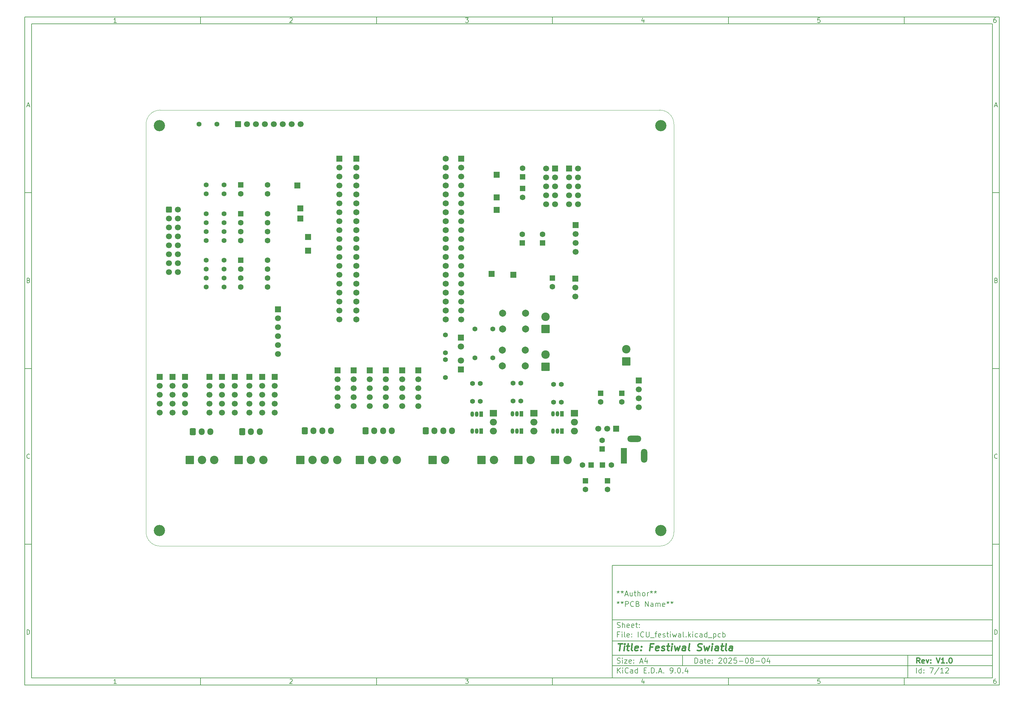
<source format=gbr>
%TF.GenerationSoftware,KiCad,Pcbnew,9.0.4*%
%TF.CreationDate,2025-08-27T10:43:00+02:00*%
%TF.ProjectId,ICU_festiwal,4943555f-6665-4737-9469-77616c2e6b69,V1.0*%
%TF.SameCoordinates,Original*%
%TF.FileFunction,Soldermask,Top*%
%TF.FilePolarity,Negative*%
%FSLAX46Y46*%
G04 Gerber Fmt 4.6, Leading zero omitted, Abs format (unit mm)*
G04 Created by KiCad (PCBNEW 9.0.4) date 2025-08-27 10:43:00*
%MOMM*%
%LPD*%
G01*
G04 APERTURE LIST*
G04 Aperture macros list*
%AMRoundRect*
0 Rectangle with rounded corners*
0 $1 Rounding radius*
0 $2 $3 $4 $5 $6 $7 $8 $9 X,Y pos of 4 corners*
0 Add a 4 corners polygon primitive as box body*
4,1,4,$2,$3,$4,$5,$6,$7,$8,$9,$2,$3,0*
0 Add four circle primitives for the rounded corners*
1,1,$1+$1,$2,$3*
1,1,$1+$1,$4,$5*
1,1,$1+$1,$6,$7*
1,1,$1+$1,$8,$9*
0 Add four rect primitives between the rounded corners*
20,1,$1+$1,$2,$3,$4,$5,0*
20,1,$1+$1,$4,$5,$6,$7,0*
20,1,$1+$1,$6,$7,$8,$9,0*
20,1,$1+$1,$8,$9,$2,$3,0*%
G04 Aperture macros list end*
%ADD10C,0.100000*%
%ADD11C,0.150000*%
%ADD12C,0.300000*%
%ADD13C,0.400000*%
%ADD14C,1.400000*%
%ADD15R,1.700000X1.700000*%
%ADD16C,1.700000*%
%ADD17RoundRect,0.250001X0.949999X-0.949999X0.949999X0.949999X-0.949999X0.949999X-0.949999X-0.949999X0*%
%ADD18C,2.400000*%
%ADD19RoundRect,0.102000X-0.765000X-0.765000X0.765000X-0.765000X0.765000X0.765000X-0.765000X0.765000X0*%
%ADD20C,1.734000*%
%ADD21RoundRect,0.250000X-0.600000X-0.725000X0.600000X-0.725000X0.600000X0.725000X-0.600000X0.725000X0*%
%ADD22O,1.700000X1.950000*%
%ADD23RoundRect,0.250000X0.550000X-0.550000X0.550000X0.550000X-0.550000X0.550000X-0.550000X-0.550000X0*%
%ADD24C,1.600000*%
%ADD25R,1.050000X1.500000*%
%ADD26O,1.050000X1.500000*%
%ADD27C,3.200000*%
%ADD28RoundRect,0.250000X-0.550000X-0.550000X0.550000X-0.550000X0.550000X0.550000X-0.550000X0.550000X0*%
%ADD29RoundRect,0.250001X-0.949999X-0.949999X0.949999X-0.949999X0.949999X0.949999X-0.949999X0.949999X0*%
%ADD30R,2.000000X1.905000*%
%ADD31O,2.000000X1.905000*%
%ADD32R,1.800000X4.400000*%
%ADD33O,1.800000X4.000000*%
%ADD34O,4.000000X1.800000*%
%ADD35RoundRect,0.250000X-0.550000X0.550000X-0.550000X-0.550000X0.550000X-0.550000X0.550000X0.550000X0*%
%ADD36RoundRect,0.250000X-0.600000X-0.600000X0.600000X-0.600000X0.600000X0.600000X-0.600000X0.600000X0*%
%ADD37R,1.800000X1.800000*%
%ADD38C,1.800000*%
%ADD39C,2.000000*%
%ADD40RoundRect,0.250000X0.550000X0.550000X-0.550000X0.550000X-0.550000X-0.550000X0.550000X-0.550000X0*%
%TA.AperFunction,Profile*%
%ADD41C,0.050000*%
%TD*%
G04 APERTURE END LIST*
D10*
D11*
X177002200Y-166007200D02*
X285002200Y-166007200D01*
X285002200Y-198007200D01*
X177002200Y-198007200D01*
X177002200Y-166007200D01*
D10*
D11*
X10000000Y-10000000D02*
X287002200Y-10000000D01*
X287002200Y-200007200D01*
X10000000Y-200007200D01*
X10000000Y-10000000D01*
D10*
D11*
X12000000Y-12000000D02*
X285002200Y-12000000D01*
X285002200Y-198007200D01*
X12000000Y-198007200D01*
X12000000Y-12000000D01*
D10*
D11*
X60000000Y-12000000D02*
X60000000Y-10000000D01*
D10*
D11*
X110000000Y-12000000D02*
X110000000Y-10000000D01*
D10*
D11*
X160000000Y-12000000D02*
X160000000Y-10000000D01*
D10*
D11*
X210000000Y-12000000D02*
X210000000Y-10000000D01*
D10*
D11*
X260000000Y-12000000D02*
X260000000Y-10000000D01*
D10*
D11*
X36089160Y-11593604D02*
X35346303Y-11593604D01*
X35717731Y-11593604D02*
X35717731Y-10293604D01*
X35717731Y-10293604D02*
X35593922Y-10479319D01*
X35593922Y-10479319D02*
X35470112Y-10603128D01*
X35470112Y-10603128D02*
X35346303Y-10665033D01*
D10*
D11*
X85346303Y-10417414D02*
X85408207Y-10355509D01*
X85408207Y-10355509D02*
X85532017Y-10293604D01*
X85532017Y-10293604D02*
X85841541Y-10293604D01*
X85841541Y-10293604D02*
X85965350Y-10355509D01*
X85965350Y-10355509D02*
X86027255Y-10417414D01*
X86027255Y-10417414D02*
X86089160Y-10541223D01*
X86089160Y-10541223D02*
X86089160Y-10665033D01*
X86089160Y-10665033D02*
X86027255Y-10850747D01*
X86027255Y-10850747D02*
X85284398Y-11593604D01*
X85284398Y-11593604D02*
X86089160Y-11593604D01*
D10*
D11*
X135284398Y-10293604D02*
X136089160Y-10293604D01*
X136089160Y-10293604D02*
X135655826Y-10788842D01*
X135655826Y-10788842D02*
X135841541Y-10788842D01*
X135841541Y-10788842D02*
X135965350Y-10850747D01*
X135965350Y-10850747D02*
X136027255Y-10912652D01*
X136027255Y-10912652D02*
X136089160Y-11036461D01*
X136089160Y-11036461D02*
X136089160Y-11345985D01*
X136089160Y-11345985D02*
X136027255Y-11469795D01*
X136027255Y-11469795D02*
X135965350Y-11531700D01*
X135965350Y-11531700D02*
X135841541Y-11593604D01*
X135841541Y-11593604D02*
X135470112Y-11593604D01*
X135470112Y-11593604D02*
X135346303Y-11531700D01*
X135346303Y-11531700D02*
X135284398Y-11469795D01*
D10*
D11*
X185965350Y-10726938D02*
X185965350Y-11593604D01*
X185655826Y-10231700D02*
X185346303Y-11160271D01*
X185346303Y-11160271D02*
X186151064Y-11160271D01*
D10*
D11*
X236027255Y-10293604D02*
X235408207Y-10293604D01*
X235408207Y-10293604D02*
X235346303Y-10912652D01*
X235346303Y-10912652D02*
X235408207Y-10850747D01*
X235408207Y-10850747D02*
X235532017Y-10788842D01*
X235532017Y-10788842D02*
X235841541Y-10788842D01*
X235841541Y-10788842D02*
X235965350Y-10850747D01*
X235965350Y-10850747D02*
X236027255Y-10912652D01*
X236027255Y-10912652D02*
X236089160Y-11036461D01*
X236089160Y-11036461D02*
X236089160Y-11345985D01*
X236089160Y-11345985D02*
X236027255Y-11469795D01*
X236027255Y-11469795D02*
X235965350Y-11531700D01*
X235965350Y-11531700D02*
X235841541Y-11593604D01*
X235841541Y-11593604D02*
X235532017Y-11593604D01*
X235532017Y-11593604D02*
X235408207Y-11531700D01*
X235408207Y-11531700D02*
X235346303Y-11469795D01*
D10*
D11*
X285965350Y-10293604D02*
X285717731Y-10293604D01*
X285717731Y-10293604D02*
X285593922Y-10355509D01*
X285593922Y-10355509D02*
X285532017Y-10417414D01*
X285532017Y-10417414D02*
X285408207Y-10603128D01*
X285408207Y-10603128D02*
X285346303Y-10850747D01*
X285346303Y-10850747D02*
X285346303Y-11345985D01*
X285346303Y-11345985D02*
X285408207Y-11469795D01*
X285408207Y-11469795D02*
X285470112Y-11531700D01*
X285470112Y-11531700D02*
X285593922Y-11593604D01*
X285593922Y-11593604D02*
X285841541Y-11593604D01*
X285841541Y-11593604D02*
X285965350Y-11531700D01*
X285965350Y-11531700D02*
X286027255Y-11469795D01*
X286027255Y-11469795D02*
X286089160Y-11345985D01*
X286089160Y-11345985D02*
X286089160Y-11036461D01*
X286089160Y-11036461D02*
X286027255Y-10912652D01*
X286027255Y-10912652D02*
X285965350Y-10850747D01*
X285965350Y-10850747D02*
X285841541Y-10788842D01*
X285841541Y-10788842D02*
X285593922Y-10788842D01*
X285593922Y-10788842D02*
X285470112Y-10850747D01*
X285470112Y-10850747D02*
X285408207Y-10912652D01*
X285408207Y-10912652D02*
X285346303Y-11036461D01*
D10*
D11*
X60000000Y-198007200D02*
X60000000Y-200007200D01*
D10*
D11*
X110000000Y-198007200D02*
X110000000Y-200007200D01*
D10*
D11*
X160000000Y-198007200D02*
X160000000Y-200007200D01*
D10*
D11*
X210000000Y-198007200D02*
X210000000Y-200007200D01*
D10*
D11*
X260000000Y-198007200D02*
X260000000Y-200007200D01*
D10*
D11*
X36089160Y-199600804D02*
X35346303Y-199600804D01*
X35717731Y-199600804D02*
X35717731Y-198300804D01*
X35717731Y-198300804D02*
X35593922Y-198486519D01*
X35593922Y-198486519D02*
X35470112Y-198610328D01*
X35470112Y-198610328D02*
X35346303Y-198672233D01*
D10*
D11*
X85346303Y-198424614D02*
X85408207Y-198362709D01*
X85408207Y-198362709D02*
X85532017Y-198300804D01*
X85532017Y-198300804D02*
X85841541Y-198300804D01*
X85841541Y-198300804D02*
X85965350Y-198362709D01*
X85965350Y-198362709D02*
X86027255Y-198424614D01*
X86027255Y-198424614D02*
X86089160Y-198548423D01*
X86089160Y-198548423D02*
X86089160Y-198672233D01*
X86089160Y-198672233D02*
X86027255Y-198857947D01*
X86027255Y-198857947D02*
X85284398Y-199600804D01*
X85284398Y-199600804D02*
X86089160Y-199600804D01*
D10*
D11*
X135284398Y-198300804D02*
X136089160Y-198300804D01*
X136089160Y-198300804D02*
X135655826Y-198796042D01*
X135655826Y-198796042D02*
X135841541Y-198796042D01*
X135841541Y-198796042D02*
X135965350Y-198857947D01*
X135965350Y-198857947D02*
X136027255Y-198919852D01*
X136027255Y-198919852D02*
X136089160Y-199043661D01*
X136089160Y-199043661D02*
X136089160Y-199353185D01*
X136089160Y-199353185D02*
X136027255Y-199476995D01*
X136027255Y-199476995D02*
X135965350Y-199538900D01*
X135965350Y-199538900D02*
X135841541Y-199600804D01*
X135841541Y-199600804D02*
X135470112Y-199600804D01*
X135470112Y-199600804D02*
X135346303Y-199538900D01*
X135346303Y-199538900D02*
X135284398Y-199476995D01*
D10*
D11*
X185965350Y-198734138D02*
X185965350Y-199600804D01*
X185655826Y-198238900D02*
X185346303Y-199167471D01*
X185346303Y-199167471D02*
X186151064Y-199167471D01*
D10*
D11*
X236027255Y-198300804D02*
X235408207Y-198300804D01*
X235408207Y-198300804D02*
X235346303Y-198919852D01*
X235346303Y-198919852D02*
X235408207Y-198857947D01*
X235408207Y-198857947D02*
X235532017Y-198796042D01*
X235532017Y-198796042D02*
X235841541Y-198796042D01*
X235841541Y-198796042D02*
X235965350Y-198857947D01*
X235965350Y-198857947D02*
X236027255Y-198919852D01*
X236027255Y-198919852D02*
X236089160Y-199043661D01*
X236089160Y-199043661D02*
X236089160Y-199353185D01*
X236089160Y-199353185D02*
X236027255Y-199476995D01*
X236027255Y-199476995D02*
X235965350Y-199538900D01*
X235965350Y-199538900D02*
X235841541Y-199600804D01*
X235841541Y-199600804D02*
X235532017Y-199600804D01*
X235532017Y-199600804D02*
X235408207Y-199538900D01*
X235408207Y-199538900D02*
X235346303Y-199476995D01*
D10*
D11*
X285965350Y-198300804D02*
X285717731Y-198300804D01*
X285717731Y-198300804D02*
X285593922Y-198362709D01*
X285593922Y-198362709D02*
X285532017Y-198424614D01*
X285532017Y-198424614D02*
X285408207Y-198610328D01*
X285408207Y-198610328D02*
X285346303Y-198857947D01*
X285346303Y-198857947D02*
X285346303Y-199353185D01*
X285346303Y-199353185D02*
X285408207Y-199476995D01*
X285408207Y-199476995D02*
X285470112Y-199538900D01*
X285470112Y-199538900D02*
X285593922Y-199600804D01*
X285593922Y-199600804D02*
X285841541Y-199600804D01*
X285841541Y-199600804D02*
X285965350Y-199538900D01*
X285965350Y-199538900D02*
X286027255Y-199476995D01*
X286027255Y-199476995D02*
X286089160Y-199353185D01*
X286089160Y-199353185D02*
X286089160Y-199043661D01*
X286089160Y-199043661D02*
X286027255Y-198919852D01*
X286027255Y-198919852D02*
X285965350Y-198857947D01*
X285965350Y-198857947D02*
X285841541Y-198796042D01*
X285841541Y-198796042D02*
X285593922Y-198796042D01*
X285593922Y-198796042D02*
X285470112Y-198857947D01*
X285470112Y-198857947D02*
X285408207Y-198919852D01*
X285408207Y-198919852D02*
X285346303Y-199043661D01*
D10*
D11*
X10000000Y-60000000D02*
X12000000Y-60000000D01*
D10*
D11*
X10000000Y-110000000D02*
X12000000Y-110000000D01*
D10*
D11*
X10000000Y-160000000D02*
X12000000Y-160000000D01*
D10*
D11*
X10690476Y-35222176D02*
X11309523Y-35222176D01*
X10566666Y-35593604D02*
X10999999Y-34293604D01*
X10999999Y-34293604D02*
X11433333Y-35593604D01*
D10*
D11*
X11092857Y-84912652D02*
X11278571Y-84974557D01*
X11278571Y-84974557D02*
X11340476Y-85036461D01*
X11340476Y-85036461D02*
X11402380Y-85160271D01*
X11402380Y-85160271D02*
X11402380Y-85345985D01*
X11402380Y-85345985D02*
X11340476Y-85469795D01*
X11340476Y-85469795D02*
X11278571Y-85531700D01*
X11278571Y-85531700D02*
X11154761Y-85593604D01*
X11154761Y-85593604D02*
X10659523Y-85593604D01*
X10659523Y-85593604D02*
X10659523Y-84293604D01*
X10659523Y-84293604D02*
X11092857Y-84293604D01*
X11092857Y-84293604D02*
X11216666Y-84355509D01*
X11216666Y-84355509D02*
X11278571Y-84417414D01*
X11278571Y-84417414D02*
X11340476Y-84541223D01*
X11340476Y-84541223D02*
X11340476Y-84665033D01*
X11340476Y-84665033D02*
X11278571Y-84788842D01*
X11278571Y-84788842D02*
X11216666Y-84850747D01*
X11216666Y-84850747D02*
X11092857Y-84912652D01*
X11092857Y-84912652D02*
X10659523Y-84912652D01*
D10*
D11*
X11402380Y-135469795D02*
X11340476Y-135531700D01*
X11340476Y-135531700D02*
X11154761Y-135593604D01*
X11154761Y-135593604D02*
X11030952Y-135593604D01*
X11030952Y-135593604D02*
X10845238Y-135531700D01*
X10845238Y-135531700D02*
X10721428Y-135407890D01*
X10721428Y-135407890D02*
X10659523Y-135284080D01*
X10659523Y-135284080D02*
X10597619Y-135036461D01*
X10597619Y-135036461D02*
X10597619Y-134850747D01*
X10597619Y-134850747D02*
X10659523Y-134603128D01*
X10659523Y-134603128D02*
X10721428Y-134479319D01*
X10721428Y-134479319D02*
X10845238Y-134355509D01*
X10845238Y-134355509D02*
X11030952Y-134293604D01*
X11030952Y-134293604D02*
X11154761Y-134293604D01*
X11154761Y-134293604D02*
X11340476Y-134355509D01*
X11340476Y-134355509D02*
X11402380Y-134417414D01*
D10*
D11*
X10659523Y-185593604D02*
X10659523Y-184293604D01*
X10659523Y-184293604D02*
X10969047Y-184293604D01*
X10969047Y-184293604D02*
X11154761Y-184355509D01*
X11154761Y-184355509D02*
X11278571Y-184479319D01*
X11278571Y-184479319D02*
X11340476Y-184603128D01*
X11340476Y-184603128D02*
X11402380Y-184850747D01*
X11402380Y-184850747D02*
X11402380Y-185036461D01*
X11402380Y-185036461D02*
X11340476Y-185284080D01*
X11340476Y-185284080D02*
X11278571Y-185407890D01*
X11278571Y-185407890D02*
X11154761Y-185531700D01*
X11154761Y-185531700D02*
X10969047Y-185593604D01*
X10969047Y-185593604D02*
X10659523Y-185593604D01*
D10*
D11*
X287002200Y-60000000D02*
X285002200Y-60000000D01*
D10*
D11*
X287002200Y-110000000D02*
X285002200Y-110000000D01*
D10*
D11*
X287002200Y-160000000D02*
X285002200Y-160000000D01*
D10*
D11*
X285692676Y-35222176D02*
X286311723Y-35222176D01*
X285568866Y-35593604D02*
X286002199Y-34293604D01*
X286002199Y-34293604D02*
X286435533Y-35593604D01*
D10*
D11*
X286095057Y-84912652D02*
X286280771Y-84974557D01*
X286280771Y-84974557D02*
X286342676Y-85036461D01*
X286342676Y-85036461D02*
X286404580Y-85160271D01*
X286404580Y-85160271D02*
X286404580Y-85345985D01*
X286404580Y-85345985D02*
X286342676Y-85469795D01*
X286342676Y-85469795D02*
X286280771Y-85531700D01*
X286280771Y-85531700D02*
X286156961Y-85593604D01*
X286156961Y-85593604D02*
X285661723Y-85593604D01*
X285661723Y-85593604D02*
X285661723Y-84293604D01*
X285661723Y-84293604D02*
X286095057Y-84293604D01*
X286095057Y-84293604D02*
X286218866Y-84355509D01*
X286218866Y-84355509D02*
X286280771Y-84417414D01*
X286280771Y-84417414D02*
X286342676Y-84541223D01*
X286342676Y-84541223D02*
X286342676Y-84665033D01*
X286342676Y-84665033D02*
X286280771Y-84788842D01*
X286280771Y-84788842D02*
X286218866Y-84850747D01*
X286218866Y-84850747D02*
X286095057Y-84912652D01*
X286095057Y-84912652D02*
X285661723Y-84912652D01*
D10*
D11*
X286404580Y-135469795D02*
X286342676Y-135531700D01*
X286342676Y-135531700D02*
X286156961Y-135593604D01*
X286156961Y-135593604D02*
X286033152Y-135593604D01*
X286033152Y-135593604D02*
X285847438Y-135531700D01*
X285847438Y-135531700D02*
X285723628Y-135407890D01*
X285723628Y-135407890D02*
X285661723Y-135284080D01*
X285661723Y-135284080D02*
X285599819Y-135036461D01*
X285599819Y-135036461D02*
X285599819Y-134850747D01*
X285599819Y-134850747D02*
X285661723Y-134603128D01*
X285661723Y-134603128D02*
X285723628Y-134479319D01*
X285723628Y-134479319D02*
X285847438Y-134355509D01*
X285847438Y-134355509D02*
X286033152Y-134293604D01*
X286033152Y-134293604D02*
X286156961Y-134293604D01*
X286156961Y-134293604D02*
X286342676Y-134355509D01*
X286342676Y-134355509D02*
X286404580Y-134417414D01*
D10*
D11*
X285661723Y-185593604D02*
X285661723Y-184293604D01*
X285661723Y-184293604D02*
X285971247Y-184293604D01*
X285971247Y-184293604D02*
X286156961Y-184355509D01*
X286156961Y-184355509D02*
X286280771Y-184479319D01*
X286280771Y-184479319D02*
X286342676Y-184603128D01*
X286342676Y-184603128D02*
X286404580Y-184850747D01*
X286404580Y-184850747D02*
X286404580Y-185036461D01*
X286404580Y-185036461D02*
X286342676Y-185284080D01*
X286342676Y-185284080D02*
X286280771Y-185407890D01*
X286280771Y-185407890D02*
X286156961Y-185531700D01*
X286156961Y-185531700D02*
X285971247Y-185593604D01*
X285971247Y-185593604D02*
X285661723Y-185593604D01*
D10*
D11*
X200458026Y-193793328D02*
X200458026Y-192293328D01*
X200458026Y-192293328D02*
X200815169Y-192293328D01*
X200815169Y-192293328D02*
X201029455Y-192364757D01*
X201029455Y-192364757D02*
X201172312Y-192507614D01*
X201172312Y-192507614D02*
X201243741Y-192650471D01*
X201243741Y-192650471D02*
X201315169Y-192936185D01*
X201315169Y-192936185D02*
X201315169Y-193150471D01*
X201315169Y-193150471D02*
X201243741Y-193436185D01*
X201243741Y-193436185D02*
X201172312Y-193579042D01*
X201172312Y-193579042D02*
X201029455Y-193721900D01*
X201029455Y-193721900D02*
X200815169Y-193793328D01*
X200815169Y-193793328D02*
X200458026Y-193793328D01*
X202600884Y-193793328D02*
X202600884Y-193007614D01*
X202600884Y-193007614D02*
X202529455Y-192864757D01*
X202529455Y-192864757D02*
X202386598Y-192793328D01*
X202386598Y-192793328D02*
X202100884Y-192793328D01*
X202100884Y-192793328D02*
X201958026Y-192864757D01*
X202600884Y-193721900D02*
X202458026Y-193793328D01*
X202458026Y-193793328D02*
X202100884Y-193793328D01*
X202100884Y-193793328D02*
X201958026Y-193721900D01*
X201958026Y-193721900D02*
X201886598Y-193579042D01*
X201886598Y-193579042D02*
X201886598Y-193436185D01*
X201886598Y-193436185D02*
X201958026Y-193293328D01*
X201958026Y-193293328D02*
X202100884Y-193221900D01*
X202100884Y-193221900D02*
X202458026Y-193221900D01*
X202458026Y-193221900D02*
X202600884Y-193150471D01*
X203100884Y-192793328D02*
X203672312Y-192793328D01*
X203315169Y-192293328D02*
X203315169Y-193579042D01*
X203315169Y-193579042D02*
X203386598Y-193721900D01*
X203386598Y-193721900D02*
X203529455Y-193793328D01*
X203529455Y-193793328D02*
X203672312Y-193793328D01*
X204743741Y-193721900D02*
X204600884Y-193793328D01*
X204600884Y-193793328D02*
X204315170Y-193793328D01*
X204315170Y-193793328D02*
X204172312Y-193721900D01*
X204172312Y-193721900D02*
X204100884Y-193579042D01*
X204100884Y-193579042D02*
X204100884Y-193007614D01*
X204100884Y-193007614D02*
X204172312Y-192864757D01*
X204172312Y-192864757D02*
X204315170Y-192793328D01*
X204315170Y-192793328D02*
X204600884Y-192793328D01*
X204600884Y-192793328D02*
X204743741Y-192864757D01*
X204743741Y-192864757D02*
X204815170Y-193007614D01*
X204815170Y-193007614D02*
X204815170Y-193150471D01*
X204815170Y-193150471D02*
X204100884Y-193293328D01*
X205458026Y-193650471D02*
X205529455Y-193721900D01*
X205529455Y-193721900D02*
X205458026Y-193793328D01*
X205458026Y-193793328D02*
X205386598Y-193721900D01*
X205386598Y-193721900D02*
X205458026Y-193650471D01*
X205458026Y-193650471D02*
X205458026Y-193793328D01*
X205458026Y-192864757D02*
X205529455Y-192936185D01*
X205529455Y-192936185D02*
X205458026Y-193007614D01*
X205458026Y-193007614D02*
X205386598Y-192936185D01*
X205386598Y-192936185D02*
X205458026Y-192864757D01*
X205458026Y-192864757D02*
X205458026Y-193007614D01*
X207243741Y-192436185D02*
X207315169Y-192364757D01*
X207315169Y-192364757D02*
X207458027Y-192293328D01*
X207458027Y-192293328D02*
X207815169Y-192293328D01*
X207815169Y-192293328D02*
X207958027Y-192364757D01*
X207958027Y-192364757D02*
X208029455Y-192436185D01*
X208029455Y-192436185D02*
X208100884Y-192579042D01*
X208100884Y-192579042D02*
X208100884Y-192721900D01*
X208100884Y-192721900D02*
X208029455Y-192936185D01*
X208029455Y-192936185D02*
X207172312Y-193793328D01*
X207172312Y-193793328D02*
X208100884Y-193793328D01*
X209029455Y-192293328D02*
X209172312Y-192293328D01*
X209172312Y-192293328D02*
X209315169Y-192364757D01*
X209315169Y-192364757D02*
X209386598Y-192436185D01*
X209386598Y-192436185D02*
X209458026Y-192579042D01*
X209458026Y-192579042D02*
X209529455Y-192864757D01*
X209529455Y-192864757D02*
X209529455Y-193221900D01*
X209529455Y-193221900D02*
X209458026Y-193507614D01*
X209458026Y-193507614D02*
X209386598Y-193650471D01*
X209386598Y-193650471D02*
X209315169Y-193721900D01*
X209315169Y-193721900D02*
X209172312Y-193793328D01*
X209172312Y-193793328D02*
X209029455Y-193793328D01*
X209029455Y-193793328D02*
X208886598Y-193721900D01*
X208886598Y-193721900D02*
X208815169Y-193650471D01*
X208815169Y-193650471D02*
X208743740Y-193507614D01*
X208743740Y-193507614D02*
X208672312Y-193221900D01*
X208672312Y-193221900D02*
X208672312Y-192864757D01*
X208672312Y-192864757D02*
X208743740Y-192579042D01*
X208743740Y-192579042D02*
X208815169Y-192436185D01*
X208815169Y-192436185D02*
X208886598Y-192364757D01*
X208886598Y-192364757D02*
X209029455Y-192293328D01*
X210100883Y-192436185D02*
X210172311Y-192364757D01*
X210172311Y-192364757D02*
X210315169Y-192293328D01*
X210315169Y-192293328D02*
X210672311Y-192293328D01*
X210672311Y-192293328D02*
X210815169Y-192364757D01*
X210815169Y-192364757D02*
X210886597Y-192436185D01*
X210886597Y-192436185D02*
X210958026Y-192579042D01*
X210958026Y-192579042D02*
X210958026Y-192721900D01*
X210958026Y-192721900D02*
X210886597Y-192936185D01*
X210886597Y-192936185D02*
X210029454Y-193793328D01*
X210029454Y-193793328D02*
X210958026Y-193793328D01*
X212315168Y-192293328D02*
X211600882Y-192293328D01*
X211600882Y-192293328D02*
X211529454Y-193007614D01*
X211529454Y-193007614D02*
X211600882Y-192936185D01*
X211600882Y-192936185D02*
X211743740Y-192864757D01*
X211743740Y-192864757D02*
X212100882Y-192864757D01*
X212100882Y-192864757D02*
X212243740Y-192936185D01*
X212243740Y-192936185D02*
X212315168Y-193007614D01*
X212315168Y-193007614D02*
X212386597Y-193150471D01*
X212386597Y-193150471D02*
X212386597Y-193507614D01*
X212386597Y-193507614D02*
X212315168Y-193650471D01*
X212315168Y-193650471D02*
X212243740Y-193721900D01*
X212243740Y-193721900D02*
X212100882Y-193793328D01*
X212100882Y-193793328D02*
X211743740Y-193793328D01*
X211743740Y-193793328D02*
X211600882Y-193721900D01*
X211600882Y-193721900D02*
X211529454Y-193650471D01*
X213029453Y-193221900D02*
X214172311Y-193221900D01*
X215172311Y-192293328D02*
X215315168Y-192293328D01*
X215315168Y-192293328D02*
X215458025Y-192364757D01*
X215458025Y-192364757D02*
X215529454Y-192436185D01*
X215529454Y-192436185D02*
X215600882Y-192579042D01*
X215600882Y-192579042D02*
X215672311Y-192864757D01*
X215672311Y-192864757D02*
X215672311Y-193221900D01*
X215672311Y-193221900D02*
X215600882Y-193507614D01*
X215600882Y-193507614D02*
X215529454Y-193650471D01*
X215529454Y-193650471D02*
X215458025Y-193721900D01*
X215458025Y-193721900D02*
X215315168Y-193793328D01*
X215315168Y-193793328D02*
X215172311Y-193793328D01*
X215172311Y-193793328D02*
X215029454Y-193721900D01*
X215029454Y-193721900D02*
X214958025Y-193650471D01*
X214958025Y-193650471D02*
X214886596Y-193507614D01*
X214886596Y-193507614D02*
X214815168Y-193221900D01*
X214815168Y-193221900D02*
X214815168Y-192864757D01*
X214815168Y-192864757D02*
X214886596Y-192579042D01*
X214886596Y-192579042D02*
X214958025Y-192436185D01*
X214958025Y-192436185D02*
X215029454Y-192364757D01*
X215029454Y-192364757D02*
X215172311Y-192293328D01*
X216529453Y-192936185D02*
X216386596Y-192864757D01*
X216386596Y-192864757D02*
X216315167Y-192793328D01*
X216315167Y-192793328D02*
X216243739Y-192650471D01*
X216243739Y-192650471D02*
X216243739Y-192579042D01*
X216243739Y-192579042D02*
X216315167Y-192436185D01*
X216315167Y-192436185D02*
X216386596Y-192364757D01*
X216386596Y-192364757D02*
X216529453Y-192293328D01*
X216529453Y-192293328D02*
X216815167Y-192293328D01*
X216815167Y-192293328D02*
X216958025Y-192364757D01*
X216958025Y-192364757D02*
X217029453Y-192436185D01*
X217029453Y-192436185D02*
X217100882Y-192579042D01*
X217100882Y-192579042D02*
X217100882Y-192650471D01*
X217100882Y-192650471D02*
X217029453Y-192793328D01*
X217029453Y-192793328D02*
X216958025Y-192864757D01*
X216958025Y-192864757D02*
X216815167Y-192936185D01*
X216815167Y-192936185D02*
X216529453Y-192936185D01*
X216529453Y-192936185D02*
X216386596Y-193007614D01*
X216386596Y-193007614D02*
X216315167Y-193079042D01*
X216315167Y-193079042D02*
X216243739Y-193221900D01*
X216243739Y-193221900D02*
X216243739Y-193507614D01*
X216243739Y-193507614D02*
X216315167Y-193650471D01*
X216315167Y-193650471D02*
X216386596Y-193721900D01*
X216386596Y-193721900D02*
X216529453Y-193793328D01*
X216529453Y-193793328D02*
X216815167Y-193793328D01*
X216815167Y-193793328D02*
X216958025Y-193721900D01*
X216958025Y-193721900D02*
X217029453Y-193650471D01*
X217029453Y-193650471D02*
X217100882Y-193507614D01*
X217100882Y-193507614D02*
X217100882Y-193221900D01*
X217100882Y-193221900D02*
X217029453Y-193079042D01*
X217029453Y-193079042D02*
X216958025Y-193007614D01*
X216958025Y-193007614D02*
X216815167Y-192936185D01*
X217743738Y-193221900D02*
X218886596Y-193221900D01*
X219886596Y-192293328D02*
X220029453Y-192293328D01*
X220029453Y-192293328D02*
X220172310Y-192364757D01*
X220172310Y-192364757D02*
X220243739Y-192436185D01*
X220243739Y-192436185D02*
X220315167Y-192579042D01*
X220315167Y-192579042D02*
X220386596Y-192864757D01*
X220386596Y-192864757D02*
X220386596Y-193221900D01*
X220386596Y-193221900D02*
X220315167Y-193507614D01*
X220315167Y-193507614D02*
X220243739Y-193650471D01*
X220243739Y-193650471D02*
X220172310Y-193721900D01*
X220172310Y-193721900D02*
X220029453Y-193793328D01*
X220029453Y-193793328D02*
X219886596Y-193793328D01*
X219886596Y-193793328D02*
X219743739Y-193721900D01*
X219743739Y-193721900D02*
X219672310Y-193650471D01*
X219672310Y-193650471D02*
X219600881Y-193507614D01*
X219600881Y-193507614D02*
X219529453Y-193221900D01*
X219529453Y-193221900D02*
X219529453Y-192864757D01*
X219529453Y-192864757D02*
X219600881Y-192579042D01*
X219600881Y-192579042D02*
X219672310Y-192436185D01*
X219672310Y-192436185D02*
X219743739Y-192364757D01*
X219743739Y-192364757D02*
X219886596Y-192293328D01*
X221672310Y-192793328D02*
X221672310Y-193793328D01*
X221315167Y-192221900D02*
X220958024Y-193293328D01*
X220958024Y-193293328D02*
X221886595Y-193293328D01*
D10*
D11*
X177002200Y-194507200D02*
X285002200Y-194507200D01*
D10*
D11*
X178458026Y-196593328D02*
X178458026Y-195093328D01*
X179315169Y-196593328D02*
X178672312Y-195736185D01*
X179315169Y-195093328D02*
X178458026Y-195950471D01*
X179958026Y-196593328D02*
X179958026Y-195593328D01*
X179958026Y-195093328D02*
X179886598Y-195164757D01*
X179886598Y-195164757D02*
X179958026Y-195236185D01*
X179958026Y-195236185D02*
X180029455Y-195164757D01*
X180029455Y-195164757D02*
X179958026Y-195093328D01*
X179958026Y-195093328D02*
X179958026Y-195236185D01*
X181529455Y-196450471D02*
X181458027Y-196521900D01*
X181458027Y-196521900D02*
X181243741Y-196593328D01*
X181243741Y-196593328D02*
X181100884Y-196593328D01*
X181100884Y-196593328D02*
X180886598Y-196521900D01*
X180886598Y-196521900D02*
X180743741Y-196379042D01*
X180743741Y-196379042D02*
X180672312Y-196236185D01*
X180672312Y-196236185D02*
X180600884Y-195950471D01*
X180600884Y-195950471D02*
X180600884Y-195736185D01*
X180600884Y-195736185D02*
X180672312Y-195450471D01*
X180672312Y-195450471D02*
X180743741Y-195307614D01*
X180743741Y-195307614D02*
X180886598Y-195164757D01*
X180886598Y-195164757D02*
X181100884Y-195093328D01*
X181100884Y-195093328D02*
X181243741Y-195093328D01*
X181243741Y-195093328D02*
X181458027Y-195164757D01*
X181458027Y-195164757D02*
X181529455Y-195236185D01*
X182815170Y-196593328D02*
X182815170Y-195807614D01*
X182815170Y-195807614D02*
X182743741Y-195664757D01*
X182743741Y-195664757D02*
X182600884Y-195593328D01*
X182600884Y-195593328D02*
X182315170Y-195593328D01*
X182315170Y-195593328D02*
X182172312Y-195664757D01*
X182815170Y-196521900D02*
X182672312Y-196593328D01*
X182672312Y-196593328D02*
X182315170Y-196593328D01*
X182315170Y-196593328D02*
X182172312Y-196521900D01*
X182172312Y-196521900D02*
X182100884Y-196379042D01*
X182100884Y-196379042D02*
X182100884Y-196236185D01*
X182100884Y-196236185D02*
X182172312Y-196093328D01*
X182172312Y-196093328D02*
X182315170Y-196021900D01*
X182315170Y-196021900D02*
X182672312Y-196021900D01*
X182672312Y-196021900D02*
X182815170Y-195950471D01*
X184172313Y-196593328D02*
X184172313Y-195093328D01*
X184172313Y-196521900D02*
X184029455Y-196593328D01*
X184029455Y-196593328D02*
X183743741Y-196593328D01*
X183743741Y-196593328D02*
X183600884Y-196521900D01*
X183600884Y-196521900D02*
X183529455Y-196450471D01*
X183529455Y-196450471D02*
X183458027Y-196307614D01*
X183458027Y-196307614D02*
X183458027Y-195879042D01*
X183458027Y-195879042D02*
X183529455Y-195736185D01*
X183529455Y-195736185D02*
X183600884Y-195664757D01*
X183600884Y-195664757D02*
X183743741Y-195593328D01*
X183743741Y-195593328D02*
X184029455Y-195593328D01*
X184029455Y-195593328D02*
X184172313Y-195664757D01*
X186029455Y-195807614D02*
X186529455Y-195807614D01*
X186743741Y-196593328D02*
X186029455Y-196593328D01*
X186029455Y-196593328D02*
X186029455Y-195093328D01*
X186029455Y-195093328D02*
X186743741Y-195093328D01*
X187386598Y-196450471D02*
X187458027Y-196521900D01*
X187458027Y-196521900D02*
X187386598Y-196593328D01*
X187386598Y-196593328D02*
X187315170Y-196521900D01*
X187315170Y-196521900D02*
X187386598Y-196450471D01*
X187386598Y-196450471D02*
X187386598Y-196593328D01*
X188100884Y-196593328D02*
X188100884Y-195093328D01*
X188100884Y-195093328D02*
X188458027Y-195093328D01*
X188458027Y-195093328D02*
X188672313Y-195164757D01*
X188672313Y-195164757D02*
X188815170Y-195307614D01*
X188815170Y-195307614D02*
X188886599Y-195450471D01*
X188886599Y-195450471D02*
X188958027Y-195736185D01*
X188958027Y-195736185D02*
X188958027Y-195950471D01*
X188958027Y-195950471D02*
X188886599Y-196236185D01*
X188886599Y-196236185D02*
X188815170Y-196379042D01*
X188815170Y-196379042D02*
X188672313Y-196521900D01*
X188672313Y-196521900D02*
X188458027Y-196593328D01*
X188458027Y-196593328D02*
X188100884Y-196593328D01*
X189600884Y-196450471D02*
X189672313Y-196521900D01*
X189672313Y-196521900D02*
X189600884Y-196593328D01*
X189600884Y-196593328D02*
X189529456Y-196521900D01*
X189529456Y-196521900D02*
X189600884Y-196450471D01*
X189600884Y-196450471D02*
X189600884Y-196593328D01*
X190243742Y-196164757D02*
X190958028Y-196164757D01*
X190100885Y-196593328D02*
X190600885Y-195093328D01*
X190600885Y-195093328D02*
X191100885Y-196593328D01*
X191600884Y-196450471D02*
X191672313Y-196521900D01*
X191672313Y-196521900D02*
X191600884Y-196593328D01*
X191600884Y-196593328D02*
X191529456Y-196521900D01*
X191529456Y-196521900D02*
X191600884Y-196450471D01*
X191600884Y-196450471D02*
X191600884Y-196593328D01*
X193529456Y-196593328D02*
X193815170Y-196593328D01*
X193815170Y-196593328D02*
X193958027Y-196521900D01*
X193958027Y-196521900D02*
X194029456Y-196450471D01*
X194029456Y-196450471D02*
X194172313Y-196236185D01*
X194172313Y-196236185D02*
X194243742Y-195950471D01*
X194243742Y-195950471D02*
X194243742Y-195379042D01*
X194243742Y-195379042D02*
X194172313Y-195236185D01*
X194172313Y-195236185D02*
X194100885Y-195164757D01*
X194100885Y-195164757D02*
X193958027Y-195093328D01*
X193958027Y-195093328D02*
X193672313Y-195093328D01*
X193672313Y-195093328D02*
X193529456Y-195164757D01*
X193529456Y-195164757D02*
X193458027Y-195236185D01*
X193458027Y-195236185D02*
X193386599Y-195379042D01*
X193386599Y-195379042D02*
X193386599Y-195736185D01*
X193386599Y-195736185D02*
X193458027Y-195879042D01*
X193458027Y-195879042D02*
X193529456Y-195950471D01*
X193529456Y-195950471D02*
X193672313Y-196021900D01*
X193672313Y-196021900D02*
X193958027Y-196021900D01*
X193958027Y-196021900D02*
X194100885Y-195950471D01*
X194100885Y-195950471D02*
X194172313Y-195879042D01*
X194172313Y-195879042D02*
X194243742Y-195736185D01*
X194886598Y-196450471D02*
X194958027Y-196521900D01*
X194958027Y-196521900D02*
X194886598Y-196593328D01*
X194886598Y-196593328D02*
X194815170Y-196521900D01*
X194815170Y-196521900D02*
X194886598Y-196450471D01*
X194886598Y-196450471D02*
X194886598Y-196593328D01*
X195886599Y-195093328D02*
X196029456Y-195093328D01*
X196029456Y-195093328D02*
X196172313Y-195164757D01*
X196172313Y-195164757D02*
X196243742Y-195236185D01*
X196243742Y-195236185D02*
X196315170Y-195379042D01*
X196315170Y-195379042D02*
X196386599Y-195664757D01*
X196386599Y-195664757D02*
X196386599Y-196021900D01*
X196386599Y-196021900D02*
X196315170Y-196307614D01*
X196315170Y-196307614D02*
X196243742Y-196450471D01*
X196243742Y-196450471D02*
X196172313Y-196521900D01*
X196172313Y-196521900D02*
X196029456Y-196593328D01*
X196029456Y-196593328D02*
X195886599Y-196593328D01*
X195886599Y-196593328D02*
X195743742Y-196521900D01*
X195743742Y-196521900D02*
X195672313Y-196450471D01*
X195672313Y-196450471D02*
X195600884Y-196307614D01*
X195600884Y-196307614D02*
X195529456Y-196021900D01*
X195529456Y-196021900D02*
X195529456Y-195664757D01*
X195529456Y-195664757D02*
X195600884Y-195379042D01*
X195600884Y-195379042D02*
X195672313Y-195236185D01*
X195672313Y-195236185D02*
X195743742Y-195164757D01*
X195743742Y-195164757D02*
X195886599Y-195093328D01*
X197029455Y-196450471D02*
X197100884Y-196521900D01*
X197100884Y-196521900D02*
X197029455Y-196593328D01*
X197029455Y-196593328D02*
X196958027Y-196521900D01*
X196958027Y-196521900D02*
X197029455Y-196450471D01*
X197029455Y-196450471D02*
X197029455Y-196593328D01*
X198386599Y-195593328D02*
X198386599Y-196593328D01*
X198029456Y-195021900D02*
X197672313Y-196093328D01*
X197672313Y-196093328D02*
X198600884Y-196093328D01*
D10*
D11*
X177002200Y-191507200D02*
X285002200Y-191507200D01*
D10*
D12*
X264413853Y-193785528D02*
X263913853Y-193071242D01*
X263556710Y-193785528D02*
X263556710Y-192285528D01*
X263556710Y-192285528D02*
X264128139Y-192285528D01*
X264128139Y-192285528D02*
X264270996Y-192356957D01*
X264270996Y-192356957D02*
X264342425Y-192428385D01*
X264342425Y-192428385D02*
X264413853Y-192571242D01*
X264413853Y-192571242D02*
X264413853Y-192785528D01*
X264413853Y-192785528D02*
X264342425Y-192928385D01*
X264342425Y-192928385D02*
X264270996Y-192999814D01*
X264270996Y-192999814D02*
X264128139Y-193071242D01*
X264128139Y-193071242D02*
X263556710Y-193071242D01*
X265628139Y-193714100D02*
X265485282Y-193785528D01*
X265485282Y-193785528D02*
X265199568Y-193785528D01*
X265199568Y-193785528D02*
X265056710Y-193714100D01*
X265056710Y-193714100D02*
X264985282Y-193571242D01*
X264985282Y-193571242D02*
X264985282Y-192999814D01*
X264985282Y-192999814D02*
X265056710Y-192856957D01*
X265056710Y-192856957D02*
X265199568Y-192785528D01*
X265199568Y-192785528D02*
X265485282Y-192785528D01*
X265485282Y-192785528D02*
X265628139Y-192856957D01*
X265628139Y-192856957D02*
X265699568Y-192999814D01*
X265699568Y-192999814D02*
X265699568Y-193142671D01*
X265699568Y-193142671D02*
X264985282Y-193285528D01*
X266199567Y-192785528D02*
X266556710Y-193785528D01*
X266556710Y-193785528D02*
X266913853Y-192785528D01*
X267485281Y-193642671D02*
X267556710Y-193714100D01*
X267556710Y-193714100D02*
X267485281Y-193785528D01*
X267485281Y-193785528D02*
X267413853Y-193714100D01*
X267413853Y-193714100D02*
X267485281Y-193642671D01*
X267485281Y-193642671D02*
X267485281Y-193785528D01*
X267485281Y-192856957D02*
X267556710Y-192928385D01*
X267556710Y-192928385D02*
X267485281Y-192999814D01*
X267485281Y-192999814D02*
X267413853Y-192928385D01*
X267413853Y-192928385D02*
X267485281Y-192856957D01*
X267485281Y-192856957D02*
X267485281Y-192999814D01*
X269128139Y-192285528D02*
X269628139Y-193785528D01*
X269628139Y-193785528D02*
X270128139Y-192285528D01*
X271413853Y-193785528D02*
X270556710Y-193785528D01*
X270985281Y-193785528D02*
X270985281Y-192285528D01*
X270985281Y-192285528D02*
X270842424Y-192499814D01*
X270842424Y-192499814D02*
X270699567Y-192642671D01*
X270699567Y-192642671D02*
X270556710Y-192714100D01*
X272056709Y-193642671D02*
X272128138Y-193714100D01*
X272128138Y-193714100D02*
X272056709Y-193785528D01*
X272056709Y-193785528D02*
X271985281Y-193714100D01*
X271985281Y-193714100D02*
X272056709Y-193642671D01*
X272056709Y-193642671D02*
X272056709Y-193785528D01*
X273056710Y-192285528D02*
X273199567Y-192285528D01*
X273199567Y-192285528D02*
X273342424Y-192356957D01*
X273342424Y-192356957D02*
X273413853Y-192428385D01*
X273413853Y-192428385D02*
X273485281Y-192571242D01*
X273485281Y-192571242D02*
X273556710Y-192856957D01*
X273556710Y-192856957D02*
X273556710Y-193214100D01*
X273556710Y-193214100D02*
X273485281Y-193499814D01*
X273485281Y-193499814D02*
X273413853Y-193642671D01*
X273413853Y-193642671D02*
X273342424Y-193714100D01*
X273342424Y-193714100D02*
X273199567Y-193785528D01*
X273199567Y-193785528D02*
X273056710Y-193785528D01*
X273056710Y-193785528D02*
X272913853Y-193714100D01*
X272913853Y-193714100D02*
X272842424Y-193642671D01*
X272842424Y-193642671D02*
X272770995Y-193499814D01*
X272770995Y-193499814D02*
X272699567Y-193214100D01*
X272699567Y-193214100D02*
X272699567Y-192856957D01*
X272699567Y-192856957D02*
X272770995Y-192571242D01*
X272770995Y-192571242D02*
X272842424Y-192428385D01*
X272842424Y-192428385D02*
X272913853Y-192356957D01*
X272913853Y-192356957D02*
X273056710Y-192285528D01*
D10*
D11*
X178386598Y-193721900D02*
X178600884Y-193793328D01*
X178600884Y-193793328D02*
X178958026Y-193793328D01*
X178958026Y-193793328D02*
X179100884Y-193721900D01*
X179100884Y-193721900D02*
X179172312Y-193650471D01*
X179172312Y-193650471D02*
X179243741Y-193507614D01*
X179243741Y-193507614D02*
X179243741Y-193364757D01*
X179243741Y-193364757D02*
X179172312Y-193221900D01*
X179172312Y-193221900D02*
X179100884Y-193150471D01*
X179100884Y-193150471D02*
X178958026Y-193079042D01*
X178958026Y-193079042D02*
X178672312Y-193007614D01*
X178672312Y-193007614D02*
X178529455Y-192936185D01*
X178529455Y-192936185D02*
X178458026Y-192864757D01*
X178458026Y-192864757D02*
X178386598Y-192721900D01*
X178386598Y-192721900D02*
X178386598Y-192579042D01*
X178386598Y-192579042D02*
X178458026Y-192436185D01*
X178458026Y-192436185D02*
X178529455Y-192364757D01*
X178529455Y-192364757D02*
X178672312Y-192293328D01*
X178672312Y-192293328D02*
X179029455Y-192293328D01*
X179029455Y-192293328D02*
X179243741Y-192364757D01*
X179886597Y-193793328D02*
X179886597Y-192793328D01*
X179886597Y-192293328D02*
X179815169Y-192364757D01*
X179815169Y-192364757D02*
X179886597Y-192436185D01*
X179886597Y-192436185D02*
X179958026Y-192364757D01*
X179958026Y-192364757D02*
X179886597Y-192293328D01*
X179886597Y-192293328D02*
X179886597Y-192436185D01*
X180458026Y-192793328D02*
X181243741Y-192793328D01*
X181243741Y-192793328D02*
X180458026Y-193793328D01*
X180458026Y-193793328D02*
X181243741Y-193793328D01*
X182386598Y-193721900D02*
X182243741Y-193793328D01*
X182243741Y-193793328D02*
X181958027Y-193793328D01*
X181958027Y-193793328D02*
X181815169Y-193721900D01*
X181815169Y-193721900D02*
X181743741Y-193579042D01*
X181743741Y-193579042D02*
X181743741Y-193007614D01*
X181743741Y-193007614D02*
X181815169Y-192864757D01*
X181815169Y-192864757D02*
X181958027Y-192793328D01*
X181958027Y-192793328D02*
X182243741Y-192793328D01*
X182243741Y-192793328D02*
X182386598Y-192864757D01*
X182386598Y-192864757D02*
X182458027Y-193007614D01*
X182458027Y-193007614D02*
X182458027Y-193150471D01*
X182458027Y-193150471D02*
X181743741Y-193293328D01*
X183100883Y-193650471D02*
X183172312Y-193721900D01*
X183172312Y-193721900D02*
X183100883Y-193793328D01*
X183100883Y-193793328D02*
X183029455Y-193721900D01*
X183029455Y-193721900D02*
X183100883Y-193650471D01*
X183100883Y-193650471D02*
X183100883Y-193793328D01*
X183100883Y-192864757D02*
X183172312Y-192936185D01*
X183172312Y-192936185D02*
X183100883Y-193007614D01*
X183100883Y-193007614D02*
X183029455Y-192936185D01*
X183029455Y-192936185D02*
X183100883Y-192864757D01*
X183100883Y-192864757D02*
X183100883Y-193007614D01*
X184886598Y-193364757D02*
X185600884Y-193364757D01*
X184743741Y-193793328D02*
X185243741Y-192293328D01*
X185243741Y-192293328D02*
X185743741Y-193793328D01*
X186886598Y-192793328D02*
X186886598Y-193793328D01*
X186529455Y-192221900D02*
X186172312Y-193293328D01*
X186172312Y-193293328D02*
X187100883Y-193293328D01*
D10*
D11*
X263458026Y-196593328D02*
X263458026Y-195093328D01*
X264815170Y-196593328D02*
X264815170Y-195093328D01*
X264815170Y-196521900D02*
X264672312Y-196593328D01*
X264672312Y-196593328D02*
X264386598Y-196593328D01*
X264386598Y-196593328D02*
X264243741Y-196521900D01*
X264243741Y-196521900D02*
X264172312Y-196450471D01*
X264172312Y-196450471D02*
X264100884Y-196307614D01*
X264100884Y-196307614D02*
X264100884Y-195879042D01*
X264100884Y-195879042D02*
X264172312Y-195736185D01*
X264172312Y-195736185D02*
X264243741Y-195664757D01*
X264243741Y-195664757D02*
X264386598Y-195593328D01*
X264386598Y-195593328D02*
X264672312Y-195593328D01*
X264672312Y-195593328D02*
X264815170Y-195664757D01*
X265529455Y-196450471D02*
X265600884Y-196521900D01*
X265600884Y-196521900D02*
X265529455Y-196593328D01*
X265529455Y-196593328D02*
X265458027Y-196521900D01*
X265458027Y-196521900D02*
X265529455Y-196450471D01*
X265529455Y-196450471D02*
X265529455Y-196593328D01*
X265529455Y-195664757D02*
X265600884Y-195736185D01*
X265600884Y-195736185D02*
X265529455Y-195807614D01*
X265529455Y-195807614D02*
X265458027Y-195736185D01*
X265458027Y-195736185D02*
X265529455Y-195664757D01*
X265529455Y-195664757D02*
X265529455Y-195807614D01*
X267243741Y-195093328D02*
X268243741Y-195093328D01*
X268243741Y-195093328D02*
X267600884Y-196593328D01*
X269886598Y-195021900D02*
X268600884Y-196950471D01*
X271172313Y-196593328D02*
X270315170Y-196593328D01*
X270743741Y-196593328D02*
X270743741Y-195093328D01*
X270743741Y-195093328D02*
X270600884Y-195307614D01*
X270600884Y-195307614D02*
X270458027Y-195450471D01*
X270458027Y-195450471D02*
X270315170Y-195521900D01*
X271743741Y-195236185D02*
X271815169Y-195164757D01*
X271815169Y-195164757D02*
X271958027Y-195093328D01*
X271958027Y-195093328D02*
X272315169Y-195093328D01*
X272315169Y-195093328D02*
X272458027Y-195164757D01*
X272458027Y-195164757D02*
X272529455Y-195236185D01*
X272529455Y-195236185D02*
X272600884Y-195379042D01*
X272600884Y-195379042D02*
X272600884Y-195521900D01*
X272600884Y-195521900D02*
X272529455Y-195736185D01*
X272529455Y-195736185D02*
X271672312Y-196593328D01*
X271672312Y-196593328D02*
X272600884Y-196593328D01*
D10*
D11*
X177002200Y-187507200D02*
X285002200Y-187507200D01*
D10*
D13*
X178693928Y-188211638D02*
X179836785Y-188211638D01*
X179015357Y-190211638D02*
X179265357Y-188211638D01*
X180253452Y-190211638D02*
X180420119Y-188878304D01*
X180503452Y-188211638D02*
X180396309Y-188306876D01*
X180396309Y-188306876D02*
X180479643Y-188402114D01*
X180479643Y-188402114D02*
X180586786Y-188306876D01*
X180586786Y-188306876D02*
X180503452Y-188211638D01*
X180503452Y-188211638D02*
X180479643Y-188402114D01*
X181086786Y-188878304D02*
X181848690Y-188878304D01*
X181455833Y-188211638D02*
X181241548Y-189925923D01*
X181241548Y-189925923D02*
X181312976Y-190116400D01*
X181312976Y-190116400D02*
X181491548Y-190211638D01*
X181491548Y-190211638D02*
X181682024Y-190211638D01*
X182634405Y-190211638D02*
X182455833Y-190116400D01*
X182455833Y-190116400D02*
X182384405Y-189925923D01*
X182384405Y-189925923D02*
X182598690Y-188211638D01*
X184170119Y-190116400D02*
X183967738Y-190211638D01*
X183967738Y-190211638D02*
X183586785Y-190211638D01*
X183586785Y-190211638D02*
X183408214Y-190116400D01*
X183408214Y-190116400D02*
X183336785Y-189925923D01*
X183336785Y-189925923D02*
X183432024Y-189164019D01*
X183432024Y-189164019D02*
X183551071Y-188973542D01*
X183551071Y-188973542D02*
X183753452Y-188878304D01*
X183753452Y-188878304D02*
X184134404Y-188878304D01*
X184134404Y-188878304D02*
X184312976Y-188973542D01*
X184312976Y-188973542D02*
X184384404Y-189164019D01*
X184384404Y-189164019D02*
X184360595Y-189354495D01*
X184360595Y-189354495D02*
X183384404Y-189544971D01*
X185134405Y-190021161D02*
X185217738Y-190116400D01*
X185217738Y-190116400D02*
X185110595Y-190211638D01*
X185110595Y-190211638D02*
X185027262Y-190116400D01*
X185027262Y-190116400D02*
X185134405Y-190021161D01*
X185134405Y-190021161D02*
X185110595Y-190211638D01*
X185265357Y-188973542D02*
X185348690Y-189068780D01*
X185348690Y-189068780D02*
X185241548Y-189164019D01*
X185241548Y-189164019D02*
X185158214Y-189068780D01*
X185158214Y-189068780D02*
X185265357Y-188973542D01*
X185265357Y-188973542D02*
X185241548Y-189164019D01*
X188384405Y-189164019D02*
X187717739Y-189164019D01*
X187586786Y-190211638D02*
X187836786Y-188211638D01*
X187836786Y-188211638D02*
X188789167Y-188211638D01*
X190074882Y-190116400D02*
X189872501Y-190211638D01*
X189872501Y-190211638D02*
X189491548Y-190211638D01*
X189491548Y-190211638D02*
X189312977Y-190116400D01*
X189312977Y-190116400D02*
X189241548Y-189925923D01*
X189241548Y-189925923D02*
X189336787Y-189164019D01*
X189336787Y-189164019D02*
X189455834Y-188973542D01*
X189455834Y-188973542D02*
X189658215Y-188878304D01*
X189658215Y-188878304D02*
X190039167Y-188878304D01*
X190039167Y-188878304D02*
X190217739Y-188973542D01*
X190217739Y-188973542D02*
X190289167Y-189164019D01*
X190289167Y-189164019D02*
X190265358Y-189354495D01*
X190265358Y-189354495D02*
X189289167Y-189544971D01*
X190932025Y-190116400D02*
X191110596Y-190211638D01*
X191110596Y-190211638D02*
X191491549Y-190211638D01*
X191491549Y-190211638D02*
X191693930Y-190116400D01*
X191693930Y-190116400D02*
X191812977Y-189925923D01*
X191812977Y-189925923D02*
X191824882Y-189830685D01*
X191824882Y-189830685D02*
X191753453Y-189640209D01*
X191753453Y-189640209D02*
X191574882Y-189544971D01*
X191574882Y-189544971D02*
X191289168Y-189544971D01*
X191289168Y-189544971D02*
X191110596Y-189449733D01*
X191110596Y-189449733D02*
X191039168Y-189259257D01*
X191039168Y-189259257D02*
X191051073Y-189164019D01*
X191051073Y-189164019D02*
X191170120Y-188973542D01*
X191170120Y-188973542D02*
X191372501Y-188878304D01*
X191372501Y-188878304D02*
X191658215Y-188878304D01*
X191658215Y-188878304D02*
X191836787Y-188973542D01*
X192515359Y-188878304D02*
X193277263Y-188878304D01*
X192884406Y-188211638D02*
X192670121Y-189925923D01*
X192670121Y-189925923D02*
X192741549Y-190116400D01*
X192741549Y-190116400D02*
X192920121Y-190211638D01*
X192920121Y-190211638D02*
X193110597Y-190211638D01*
X193777263Y-190211638D02*
X193943930Y-188878304D01*
X194027263Y-188211638D02*
X193920120Y-188306876D01*
X193920120Y-188306876D02*
X194003454Y-188402114D01*
X194003454Y-188402114D02*
X194110597Y-188306876D01*
X194110597Y-188306876D02*
X194027263Y-188211638D01*
X194027263Y-188211638D02*
X194003454Y-188402114D01*
X194705835Y-188878304D02*
X194920120Y-190211638D01*
X194920120Y-190211638D02*
X195420120Y-189259257D01*
X195420120Y-189259257D02*
X195682025Y-190211638D01*
X195682025Y-190211638D02*
X196229644Y-188878304D01*
X197682025Y-190211638D02*
X197812977Y-189164019D01*
X197812977Y-189164019D02*
X197741549Y-188973542D01*
X197741549Y-188973542D02*
X197562977Y-188878304D01*
X197562977Y-188878304D02*
X197182025Y-188878304D01*
X197182025Y-188878304D02*
X196979644Y-188973542D01*
X197693930Y-190116400D02*
X197491549Y-190211638D01*
X197491549Y-190211638D02*
X197015358Y-190211638D01*
X197015358Y-190211638D02*
X196836787Y-190116400D01*
X196836787Y-190116400D02*
X196765358Y-189925923D01*
X196765358Y-189925923D02*
X196789168Y-189735447D01*
X196789168Y-189735447D02*
X196908216Y-189544971D01*
X196908216Y-189544971D02*
X197110597Y-189449733D01*
X197110597Y-189449733D02*
X197586787Y-189449733D01*
X197586787Y-189449733D02*
X197789168Y-189354495D01*
X198920121Y-190211638D02*
X198741549Y-190116400D01*
X198741549Y-190116400D02*
X198670121Y-189925923D01*
X198670121Y-189925923D02*
X198884406Y-188211638D01*
X201122502Y-190116400D02*
X201396311Y-190211638D01*
X201396311Y-190211638D02*
X201872502Y-190211638D01*
X201872502Y-190211638D02*
X202074883Y-190116400D01*
X202074883Y-190116400D02*
X202182026Y-190021161D01*
X202182026Y-190021161D02*
X202301073Y-189830685D01*
X202301073Y-189830685D02*
X202324883Y-189640209D01*
X202324883Y-189640209D02*
X202253454Y-189449733D01*
X202253454Y-189449733D02*
X202170121Y-189354495D01*
X202170121Y-189354495D02*
X201991550Y-189259257D01*
X201991550Y-189259257D02*
X201622502Y-189164019D01*
X201622502Y-189164019D02*
X201443930Y-189068780D01*
X201443930Y-189068780D02*
X201360597Y-188973542D01*
X201360597Y-188973542D02*
X201289169Y-188783066D01*
X201289169Y-188783066D02*
X201312978Y-188592590D01*
X201312978Y-188592590D02*
X201432026Y-188402114D01*
X201432026Y-188402114D02*
X201539169Y-188306876D01*
X201539169Y-188306876D02*
X201741550Y-188211638D01*
X201741550Y-188211638D02*
X202217740Y-188211638D01*
X202217740Y-188211638D02*
X202491550Y-188306876D01*
X203086788Y-188878304D02*
X203301073Y-190211638D01*
X203301073Y-190211638D02*
X203801073Y-189259257D01*
X203801073Y-189259257D02*
X204062978Y-190211638D01*
X204062978Y-190211638D02*
X204610597Y-188878304D01*
X205205835Y-190211638D02*
X205372502Y-188878304D01*
X205455835Y-188211638D02*
X205348692Y-188306876D01*
X205348692Y-188306876D02*
X205432026Y-188402114D01*
X205432026Y-188402114D02*
X205539169Y-188306876D01*
X205539169Y-188306876D02*
X205455835Y-188211638D01*
X205455835Y-188211638D02*
X205432026Y-188402114D01*
X207015359Y-190211638D02*
X207146311Y-189164019D01*
X207146311Y-189164019D02*
X207074883Y-188973542D01*
X207074883Y-188973542D02*
X206896311Y-188878304D01*
X206896311Y-188878304D02*
X206515359Y-188878304D01*
X206515359Y-188878304D02*
X206312978Y-188973542D01*
X207027264Y-190116400D02*
X206824883Y-190211638D01*
X206824883Y-190211638D02*
X206348692Y-190211638D01*
X206348692Y-190211638D02*
X206170121Y-190116400D01*
X206170121Y-190116400D02*
X206098692Y-189925923D01*
X206098692Y-189925923D02*
X206122502Y-189735447D01*
X206122502Y-189735447D02*
X206241550Y-189544971D01*
X206241550Y-189544971D02*
X206443931Y-189449733D01*
X206443931Y-189449733D02*
X206920121Y-189449733D01*
X206920121Y-189449733D02*
X207122502Y-189354495D01*
X207848693Y-188878304D02*
X208610597Y-188878304D01*
X208217740Y-188211638D02*
X208003455Y-189925923D01*
X208003455Y-189925923D02*
X208074883Y-190116400D01*
X208074883Y-190116400D02*
X208253455Y-190211638D01*
X208253455Y-190211638D02*
X208443931Y-190211638D01*
X209396312Y-190211638D02*
X209217740Y-190116400D01*
X209217740Y-190116400D02*
X209146312Y-189925923D01*
X209146312Y-189925923D02*
X209360597Y-188211638D01*
X211015359Y-190211638D02*
X211146311Y-189164019D01*
X211146311Y-189164019D02*
X211074883Y-188973542D01*
X211074883Y-188973542D02*
X210896311Y-188878304D01*
X210896311Y-188878304D02*
X210515359Y-188878304D01*
X210515359Y-188878304D02*
X210312978Y-188973542D01*
X211027264Y-190116400D02*
X210824883Y-190211638D01*
X210824883Y-190211638D02*
X210348692Y-190211638D01*
X210348692Y-190211638D02*
X210170121Y-190116400D01*
X210170121Y-190116400D02*
X210098692Y-189925923D01*
X210098692Y-189925923D02*
X210122502Y-189735447D01*
X210122502Y-189735447D02*
X210241550Y-189544971D01*
X210241550Y-189544971D02*
X210443931Y-189449733D01*
X210443931Y-189449733D02*
X210920121Y-189449733D01*
X210920121Y-189449733D02*
X211122502Y-189354495D01*
D10*
D11*
X178958026Y-185607614D02*
X178458026Y-185607614D01*
X178458026Y-186393328D02*
X178458026Y-184893328D01*
X178458026Y-184893328D02*
X179172312Y-184893328D01*
X179743740Y-186393328D02*
X179743740Y-185393328D01*
X179743740Y-184893328D02*
X179672312Y-184964757D01*
X179672312Y-184964757D02*
X179743740Y-185036185D01*
X179743740Y-185036185D02*
X179815169Y-184964757D01*
X179815169Y-184964757D02*
X179743740Y-184893328D01*
X179743740Y-184893328D02*
X179743740Y-185036185D01*
X180672312Y-186393328D02*
X180529455Y-186321900D01*
X180529455Y-186321900D02*
X180458026Y-186179042D01*
X180458026Y-186179042D02*
X180458026Y-184893328D01*
X181815169Y-186321900D02*
X181672312Y-186393328D01*
X181672312Y-186393328D02*
X181386598Y-186393328D01*
X181386598Y-186393328D02*
X181243740Y-186321900D01*
X181243740Y-186321900D02*
X181172312Y-186179042D01*
X181172312Y-186179042D02*
X181172312Y-185607614D01*
X181172312Y-185607614D02*
X181243740Y-185464757D01*
X181243740Y-185464757D02*
X181386598Y-185393328D01*
X181386598Y-185393328D02*
X181672312Y-185393328D01*
X181672312Y-185393328D02*
X181815169Y-185464757D01*
X181815169Y-185464757D02*
X181886598Y-185607614D01*
X181886598Y-185607614D02*
X181886598Y-185750471D01*
X181886598Y-185750471D02*
X181172312Y-185893328D01*
X182529454Y-186250471D02*
X182600883Y-186321900D01*
X182600883Y-186321900D02*
X182529454Y-186393328D01*
X182529454Y-186393328D02*
X182458026Y-186321900D01*
X182458026Y-186321900D02*
X182529454Y-186250471D01*
X182529454Y-186250471D02*
X182529454Y-186393328D01*
X182529454Y-185464757D02*
X182600883Y-185536185D01*
X182600883Y-185536185D02*
X182529454Y-185607614D01*
X182529454Y-185607614D02*
X182458026Y-185536185D01*
X182458026Y-185536185D02*
X182529454Y-185464757D01*
X182529454Y-185464757D02*
X182529454Y-185607614D01*
X184386597Y-186393328D02*
X184386597Y-184893328D01*
X185958026Y-186250471D02*
X185886598Y-186321900D01*
X185886598Y-186321900D02*
X185672312Y-186393328D01*
X185672312Y-186393328D02*
X185529455Y-186393328D01*
X185529455Y-186393328D02*
X185315169Y-186321900D01*
X185315169Y-186321900D02*
X185172312Y-186179042D01*
X185172312Y-186179042D02*
X185100883Y-186036185D01*
X185100883Y-186036185D02*
X185029455Y-185750471D01*
X185029455Y-185750471D02*
X185029455Y-185536185D01*
X185029455Y-185536185D02*
X185100883Y-185250471D01*
X185100883Y-185250471D02*
X185172312Y-185107614D01*
X185172312Y-185107614D02*
X185315169Y-184964757D01*
X185315169Y-184964757D02*
X185529455Y-184893328D01*
X185529455Y-184893328D02*
X185672312Y-184893328D01*
X185672312Y-184893328D02*
X185886598Y-184964757D01*
X185886598Y-184964757D02*
X185958026Y-185036185D01*
X186600883Y-184893328D02*
X186600883Y-186107614D01*
X186600883Y-186107614D02*
X186672312Y-186250471D01*
X186672312Y-186250471D02*
X186743741Y-186321900D01*
X186743741Y-186321900D02*
X186886598Y-186393328D01*
X186886598Y-186393328D02*
X187172312Y-186393328D01*
X187172312Y-186393328D02*
X187315169Y-186321900D01*
X187315169Y-186321900D02*
X187386598Y-186250471D01*
X187386598Y-186250471D02*
X187458026Y-186107614D01*
X187458026Y-186107614D02*
X187458026Y-184893328D01*
X187815170Y-186536185D02*
X188958027Y-186536185D01*
X189100884Y-185393328D02*
X189672312Y-185393328D01*
X189315169Y-186393328D02*
X189315169Y-185107614D01*
X189315169Y-185107614D02*
X189386598Y-184964757D01*
X189386598Y-184964757D02*
X189529455Y-184893328D01*
X189529455Y-184893328D02*
X189672312Y-184893328D01*
X190743741Y-186321900D02*
X190600884Y-186393328D01*
X190600884Y-186393328D02*
X190315170Y-186393328D01*
X190315170Y-186393328D02*
X190172312Y-186321900D01*
X190172312Y-186321900D02*
X190100884Y-186179042D01*
X190100884Y-186179042D02*
X190100884Y-185607614D01*
X190100884Y-185607614D02*
X190172312Y-185464757D01*
X190172312Y-185464757D02*
X190315170Y-185393328D01*
X190315170Y-185393328D02*
X190600884Y-185393328D01*
X190600884Y-185393328D02*
X190743741Y-185464757D01*
X190743741Y-185464757D02*
X190815170Y-185607614D01*
X190815170Y-185607614D02*
X190815170Y-185750471D01*
X190815170Y-185750471D02*
X190100884Y-185893328D01*
X191386598Y-186321900D02*
X191529455Y-186393328D01*
X191529455Y-186393328D02*
X191815169Y-186393328D01*
X191815169Y-186393328D02*
X191958026Y-186321900D01*
X191958026Y-186321900D02*
X192029455Y-186179042D01*
X192029455Y-186179042D02*
X192029455Y-186107614D01*
X192029455Y-186107614D02*
X191958026Y-185964757D01*
X191958026Y-185964757D02*
X191815169Y-185893328D01*
X191815169Y-185893328D02*
X191600884Y-185893328D01*
X191600884Y-185893328D02*
X191458026Y-185821900D01*
X191458026Y-185821900D02*
X191386598Y-185679042D01*
X191386598Y-185679042D02*
X191386598Y-185607614D01*
X191386598Y-185607614D02*
X191458026Y-185464757D01*
X191458026Y-185464757D02*
X191600884Y-185393328D01*
X191600884Y-185393328D02*
X191815169Y-185393328D01*
X191815169Y-185393328D02*
X191958026Y-185464757D01*
X192458027Y-185393328D02*
X193029455Y-185393328D01*
X192672312Y-184893328D02*
X192672312Y-186179042D01*
X192672312Y-186179042D02*
X192743741Y-186321900D01*
X192743741Y-186321900D02*
X192886598Y-186393328D01*
X192886598Y-186393328D02*
X193029455Y-186393328D01*
X193529455Y-186393328D02*
X193529455Y-185393328D01*
X193529455Y-184893328D02*
X193458027Y-184964757D01*
X193458027Y-184964757D02*
X193529455Y-185036185D01*
X193529455Y-185036185D02*
X193600884Y-184964757D01*
X193600884Y-184964757D02*
X193529455Y-184893328D01*
X193529455Y-184893328D02*
X193529455Y-185036185D01*
X194100884Y-185393328D02*
X194386599Y-186393328D01*
X194386599Y-186393328D02*
X194672313Y-185679042D01*
X194672313Y-185679042D02*
X194958027Y-186393328D01*
X194958027Y-186393328D02*
X195243741Y-185393328D01*
X196458028Y-186393328D02*
X196458028Y-185607614D01*
X196458028Y-185607614D02*
X196386599Y-185464757D01*
X196386599Y-185464757D02*
X196243742Y-185393328D01*
X196243742Y-185393328D02*
X195958028Y-185393328D01*
X195958028Y-185393328D02*
X195815170Y-185464757D01*
X196458028Y-186321900D02*
X196315170Y-186393328D01*
X196315170Y-186393328D02*
X195958028Y-186393328D01*
X195958028Y-186393328D02*
X195815170Y-186321900D01*
X195815170Y-186321900D02*
X195743742Y-186179042D01*
X195743742Y-186179042D02*
X195743742Y-186036185D01*
X195743742Y-186036185D02*
X195815170Y-185893328D01*
X195815170Y-185893328D02*
X195958028Y-185821900D01*
X195958028Y-185821900D02*
X196315170Y-185821900D01*
X196315170Y-185821900D02*
X196458028Y-185750471D01*
X197386599Y-186393328D02*
X197243742Y-186321900D01*
X197243742Y-186321900D02*
X197172313Y-186179042D01*
X197172313Y-186179042D02*
X197172313Y-184893328D01*
X197958027Y-186250471D02*
X198029456Y-186321900D01*
X198029456Y-186321900D02*
X197958027Y-186393328D01*
X197958027Y-186393328D02*
X197886599Y-186321900D01*
X197886599Y-186321900D02*
X197958027Y-186250471D01*
X197958027Y-186250471D02*
X197958027Y-186393328D01*
X198672313Y-186393328D02*
X198672313Y-184893328D01*
X198815171Y-185821900D02*
X199243742Y-186393328D01*
X199243742Y-185393328D02*
X198672313Y-185964757D01*
X199886599Y-186393328D02*
X199886599Y-185393328D01*
X199886599Y-184893328D02*
X199815171Y-184964757D01*
X199815171Y-184964757D02*
X199886599Y-185036185D01*
X199886599Y-185036185D02*
X199958028Y-184964757D01*
X199958028Y-184964757D02*
X199886599Y-184893328D01*
X199886599Y-184893328D02*
X199886599Y-185036185D01*
X201243743Y-186321900D02*
X201100885Y-186393328D01*
X201100885Y-186393328D02*
X200815171Y-186393328D01*
X200815171Y-186393328D02*
X200672314Y-186321900D01*
X200672314Y-186321900D02*
X200600885Y-186250471D01*
X200600885Y-186250471D02*
X200529457Y-186107614D01*
X200529457Y-186107614D02*
X200529457Y-185679042D01*
X200529457Y-185679042D02*
X200600885Y-185536185D01*
X200600885Y-185536185D02*
X200672314Y-185464757D01*
X200672314Y-185464757D02*
X200815171Y-185393328D01*
X200815171Y-185393328D02*
X201100885Y-185393328D01*
X201100885Y-185393328D02*
X201243743Y-185464757D01*
X202529457Y-186393328D02*
X202529457Y-185607614D01*
X202529457Y-185607614D02*
X202458028Y-185464757D01*
X202458028Y-185464757D02*
X202315171Y-185393328D01*
X202315171Y-185393328D02*
X202029457Y-185393328D01*
X202029457Y-185393328D02*
X201886599Y-185464757D01*
X202529457Y-186321900D02*
X202386599Y-186393328D01*
X202386599Y-186393328D02*
X202029457Y-186393328D01*
X202029457Y-186393328D02*
X201886599Y-186321900D01*
X201886599Y-186321900D02*
X201815171Y-186179042D01*
X201815171Y-186179042D02*
X201815171Y-186036185D01*
X201815171Y-186036185D02*
X201886599Y-185893328D01*
X201886599Y-185893328D02*
X202029457Y-185821900D01*
X202029457Y-185821900D02*
X202386599Y-185821900D01*
X202386599Y-185821900D02*
X202529457Y-185750471D01*
X203886600Y-186393328D02*
X203886600Y-184893328D01*
X203886600Y-186321900D02*
X203743742Y-186393328D01*
X203743742Y-186393328D02*
X203458028Y-186393328D01*
X203458028Y-186393328D02*
X203315171Y-186321900D01*
X203315171Y-186321900D02*
X203243742Y-186250471D01*
X203243742Y-186250471D02*
X203172314Y-186107614D01*
X203172314Y-186107614D02*
X203172314Y-185679042D01*
X203172314Y-185679042D02*
X203243742Y-185536185D01*
X203243742Y-185536185D02*
X203315171Y-185464757D01*
X203315171Y-185464757D02*
X203458028Y-185393328D01*
X203458028Y-185393328D02*
X203743742Y-185393328D01*
X203743742Y-185393328D02*
X203886600Y-185464757D01*
X204243743Y-186536185D02*
X205386600Y-186536185D01*
X205743742Y-185393328D02*
X205743742Y-186893328D01*
X205743742Y-185464757D02*
X205886600Y-185393328D01*
X205886600Y-185393328D02*
X206172314Y-185393328D01*
X206172314Y-185393328D02*
X206315171Y-185464757D01*
X206315171Y-185464757D02*
X206386600Y-185536185D01*
X206386600Y-185536185D02*
X206458028Y-185679042D01*
X206458028Y-185679042D02*
X206458028Y-186107614D01*
X206458028Y-186107614D02*
X206386600Y-186250471D01*
X206386600Y-186250471D02*
X206315171Y-186321900D01*
X206315171Y-186321900D02*
X206172314Y-186393328D01*
X206172314Y-186393328D02*
X205886600Y-186393328D01*
X205886600Y-186393328D02*
X205743742Y-186321900D01*
X207743743Y-186321900D02*
X207600885Y-186393328D01*
X207600885Y-186393328D02*
X207315171Y-186393328D01*
X207315171Y-186393328D02*
X207172314Y-186321900D01*
X207172314Y-186321900D02*
X207100885Y-186250471D01*
X207100885Y-186250471D02*
X207029457Y-186107614D01*
X207029457Y-186107614D02*
X207029457Y-185679042D01*
X207029457Y-185679042D02*
X207100885Y-185536185D01*
X207100885Y-185536185D02*
X207172314Y-185464757D01*
X207172314Y-185464757D02*
X207315171Y-185393328D01*
X207315171Y-185393328D02*
X207600885Y-185393328D01*
X207600885Y-185393328D02*
X207743743Y-185464757D01*
X208386599Y-186393328D02*
X208386599Y-184893328D01*
X208386599Y-185464757D02*
X208529457Y-185393328D01*
X208529457Y-185393328D02*
X208815171Y-185393328D01*
X208815171Y-185393328D02*
X208958028Y-185464757D01*
X208958028Y-185464757D02*
X209029457Y-185536185D01*
X209029457Y-185536185D02*
X209100885Y-185679042D01*
X209100885Y-185679042D02*
X209100885Y-186107614D01*
X209100885Y-186107614D02*
X209029457Y-186250471D01*
X209029457Y-186250471D02*
X208958028Y-186321900D01*
X208958028Y-186321900D02*
X208815171Y-186393328D01*
X208815171Y-186393328D02*
X208529457Y-186393328D01*
X208529457Y-186393328D02*
X208386599Y-186321900D01*
D10*
D11*
X177002200Y-181507200D02*
X285002200Y-181507200D01*
D10*
D11*
X178386598Y-183621900D02*
X178600884Y-183693328D01*
X178600884Y-183693328D02*
X178958026Y-183693328D01*
X178958026Y-183693328D02*
X179100884Y-183621900D01*
X179100884Y-183621900D02*
X179172312Y-183550471D01*
X179172312Y-183550471D02*
X179243741Y-183407614D01*
X179243741Y-183407614D02*
X179243741Y-183264757D01*
X179243741Y-183264757D02*
X179172312Y-183121900D01*
X179172312Y-183121900D02*
X179100884Y-183050471D01*
X179100884Y-183050471D02*
X178958026Y-182979042D01*
X178958026Y-182979042D02*
X178672312Y-182907614D01*
X178672312Y-182907614D02*
X178529455Y-182836185D01*
X178529455Y-182836185D02*
X178458026Y-182764757D01*
X178458026Y-182764757D02*
X178386598Y-182621900D01*
X178386598Y-182621900D02*
X178386598Y-182479042D01*
X178386598Y-182479042D02*
X178458026Y-182336185D01*
X178458026Y-182336185D02*
X178529455Y-182264757D01*
X178529455Y-182264757D02*
X178672312Y-182193328D01*
X178672312Y-182193328D02*
X179029455Y-182193328D01*
X179029455Y-182193328D02*
X179243741Y-182264757D01*
X179886597Y-183693328D02*
X179886597Y-182193328D01*
X180529455Y-183693328D02*
X180529455Y-182907614D01*
X180529455Y-182907614D02*
X180458026Y-182764757D01*
X180458026Y-182764757D02*
X180315169Y-182693328D01*
X180315169Y-182693328D02*
X180100883Y-182693328D01*
X180100883Y-182693328D02*
X179958026Y-182764757D01*
X179958026Y-182764757D02*
X179886597Y-182836185D01*
X181815169Y-183621900D02*
X181672312Y-183693328D01*
X181672312Y-183693328D02*
X181386598Y-183693328D01*
X181386598Y-183693328D02*
X181243740Y-183621900D01*
X181243740Y-183621900D02*
X181172312Y-183479042D01*
X181172312Y-183479042D02*
X181172312Y-182907614D01*
X181172312Y-182907614D02*
X181243740Y-182764757D01*
X181243740Y-182764757D02*
X181386598Y-182693328D01*
X181386598Y-182693328D02*
X181672312Y-182693328D01*
X181672312Y-182693328D02*
X181815169Y-182764757D01*
X181815169Y-182764757D02*
X181886598Y-182907614D01*
X181886598Y-182907614D02*
X181886598Y-183050471D01*
X181886598Y-183050471D02*
X181172312Y-183193328D01*
X183100883Y-183621900D02*
X182958026Y-183693328D01*
X182958026Y-183693328D02*
X182672312Y-183693328D01*
X182672312Y-183693328D02*
X182529454Y-183621900D01*
X182529454Y-183621900D02*
X182458026Y-183479042D01*
X182458026Y-183479042D02*
X182458026Y-182907614D01*
X182458026Y-182907614D02*
X182529454Y-182764757D01*
X182529454Y-182764757D02*
X182672312Y-182693328D01*
X182672312Y-182693328D02*
X182958026Y-182693328D01*
X182958026Y-182693328D02*
X183100883Y-182764757D01*
X183100883Y-182764757D02*
X183172312Y-182907614D01*
X183172312Y-182907614D02*
X183172312Y-183050471D01*
X183172312Y-183050471D02*
X182458026Y-183193328D01*
X183600883Y-182693328D02*
X184172311Y-182693328D01*
X183815168Y-182193328D02*
X183815168Y-183479042D01*
X183815168Y-183479042D02*
X183886597Y-183621900D01*
X183886597Y-183621900D02*
X184029454Y-183693328D01*
X184029454Y-183693328D02*
X184172311Y-183693328D01*
X184672311Y-183550471D02*
X184743740Y-183621900D01*
X184743740Y-183621900D02*
X184672311Y-183693328D01*
X184672311Y-183693328D02*
X184600883Y-183621900D01*
X184600883Y-183621900D02*
X184672311Y-183550471D01*
X184672311Y-183550471D02*
X184672311Y-183693328D01*
X184672311Y-182764757D02*
X184743740Y-182836185D01*
X184743740Y-182836185D02*
X184672311Y-182907614D01*
X184672311Y-182907614D02*
X184600883Y-182836185D01*
X184600883Y-182836185D02*
X184672311Y-182764757D01*
X184672311Y-182764757D02*
X184672311Y-182907614D01*
D10*
D11*
X178672312Y-176193328D02*
X178672312Y-176550471D01*
X178315169Y-176407614D02*
X178672312Y-176550471D01*
X178672312Y-176550471D02*
X179029455Y-176407614D01*
X178458026Y-176836185D02*
X178672312Y-176550471D01*
X178672312Y-176550471D02*
X178886598Y-176836185D01*
X179815169Y-176193328D02*
X179815169Y-176550471D01*
X179458026Y-176407614D02*
X179815169Y-176550471D01*
X179815169Y-176550471D02*
X180172312Y-176407614D01*
X179600883Y-176836185D02*
X179815169Y-176550471D01*
X179815169Y-176550471D02*
X180029455Y-176836185D01*
X180743740Y-177693328D02*
X180743740Y-176193328D01*
X180743740Y-176193328D02*
X181315169Y-176193328D01*
X181315169Y-176193328D02*
X181458026Y-176264757D01*
X181458026Y-176264757D02*
X181529455Y-176336185D01*
X181529455Y-176336185D02*
X181600883Y-176479042D01*
X181600883Y-176479042D02*
X181600883Y-176693328D01*
X181600883Y-176693328D02*
X181529455Y-176836185D01*
X181529455Y-176836185D02*
X181458026Y-176907614D01*
X181458026Y-176907614D02*
X181315169Y-176979042D01*
X181315169Y-176979042D02*
X180743740Y-176979042D01*
X183100883Y-177550471D02*
X183029455Y-177621900D01*
X183029455Y-177621900D02*
X182815169Y-177693328D01*
X182815169Y-177693328D02*
X182672312Y-177693328D01*
X182672312Y-177693328D02*
X182458026Y-177621900D01*
X182458026Y-177621900D02*
X182315169Y-177479042D01*
X182315169Y-177479042D02*
X182243740Y-177336185D01*
X182243740Y-177336185D02*
X182172312Y-177050471D01*
X182172312Y-177050471D02*
X182172312Y-176836185D01*
X182172312Y-176836185D02*
X182243740Y-176550471D01*
X182243740Y-176550471D02*
X182315169Y-176407614D01*
X182315169Y-176407614D02*
X182458026Y-176264757D01*
X182458026Y-176264757D02*
X182672312Y-176193328D01*
X182672312Y-176193328D02*
X182815169Y-176193328D01*
X182815169Y-176193328D02*
X183029455Y-176264757D01*
X183029455Y-176264757D02*
X183100883Y-176336185D01*
X184243740Y-176907614D02*
X184458026Y-176979042D01*
X184458026Y-176979042D02*
X184529455Y-177050471D01*
X184529455Y-177050471D02*
X184600883Y-177193328D01*
X184600883Y-177193328D02*
X184600883Y-177407614D01*
X184600883Y-177407614D02*
X184529455Y-177550471D01*
X184529455Y-177550471D02*
X184458026Y-177621900D01*
X184458026Y-177621900D02*
X184315169Y-177693328D01*
X184315169Y-177693328D02*
X183743740Y-177693328D01*
X183743740Y-177693328D02*
X183743740Y-176193328D01*
X183743740Y-176193328D02*
X184243740Y-176193328D01*
X184243740Y-176193328D02*
X184386598Y-176264757D01*
X184386598Y-176264757D02*
X184458026Y-176336185D01*
X184458026Y-176336185D02*
X184529455Y-176479042D01*
X184529455Y-176479042D02*
X184529455Y-176621900D01*
X184529455Y-176621900D02*
X184458026Y-176764757D01*
X184458026Y-176764757D02*
X184386598Y-176836185D01*
X184386598Y-176836185D02*
X184243740Y-176907614D01*
X184243740Y-176907614D02*
X183743740Y-176907614D01*
X186386597Y-177693328D02*
X186386597Y-176193328D01*
X186386597Y-176193328D02*
X187243740Y-177693328D01*
X187243740Y-177693328D02*
X187243740Y-176193328D01*
X188600884Y-177693328D02*
X188600884Y-176907614D01*
X188600884Y-176907614D02*
X188529455Y-176764757D01*
X188529455Y-176764757D02*
X188386598Y-176693328D01*
X188386598Y-176693328D02*
X188100884Y-176693328D01*
X188100884Y-176693328D02*
X187958026Y-176764757D01*
X188600884Y-177621900D02*
X188458026Y-177693328D01*
X188458026Y-177693328D02*
X188100884Y-177693328D01*
X188100884Y-177693328D02*
X187958026Y-177621900D01*
X187958026Y-177621900D02*
X187886598Y-177479042D01*
X187886598Y-177479042D02*
X187886598Y-177336185D01*
X187886598Y-177336185D02*
X187958026Y-177193328D01*
X187958026Y-177193328D02*
X188100884Y-177121900D01*
X188100884Y-177121900D02*
X188458026Y-177121900D01*
X188458026Y-177121900D02*
X188600884Y-177050471D01*
X189315169Y-177693328D02*
X189315169Y-176693328D01*
X189315169Y-176836185D02*
X189386598Y-176764757D01*
X189386598Y-176764757D02*
X189529455Y-176693328D01*
X189529455Y-176693328D02*
X189743741Y-176693328D01*
X189743741Y-176693328D02*
X189886598Y-176764757D01*
X189886598Y-176764757D02*
X189958027Y-176907614D01*
X189958027Y-176907614D02*
X189958027Y-177693328D01*
X189958027Y-176907614D02*
X190029455Y-176764757D01*
X190029455Y-176764757D02*
X190172312Y-176693328D01*
X190172312Y-176693328D02*
X190386598Y-176693328D01*
X190386598Y-176693328D02*
X190529455Y-176764757D01*
X190529455Y-176764757D02*
X190600884Y-176907614D01*
X190600884Y-176907614D02*
X190600884Y-177693328D01*
X191886598Y-177621900D02*
X191743741Y-177693328D01*
X191743741Y-177693328D02*
X191458027Y-177693328D01*
X191458027Y-177693328D02*
X191315169Y-177621900D01*
X191315169Y-177621900D02*
X191243741Y-177479042D01*
X191243741Y-177479042D02*
X191243741Y-176907614D01*
X191243741Y-176907614D02*
X191315169Y-176764757D01*
X191315169Y-176764757D02*
X191458027Y-176693328D01*
X191458027Y-176693328D02*
X191743741Y-176693328D01*
X191743741Y-176693328D02*
X191886598Y-176764757D01*
X191886598Y-176764757D02*
X191958027Y-176907614D01*
X191958027Y-176907614D02*
X191958027Y-177050471D01*
X191958027Y-177050471D02*
X191243741Y-177193328D01*
X192815169Y-176193328D02*
X192815169Y-176550471D01*
X192458026Y-176407614D02*
X192815169Y-176550471D01*
X192815169Y-176550471D02*
X193172312Y-176407614D01*
X192600883Y-176836185D02*
X192815169Y-176550471D01*
X192815169Y-176550471D02*
X193029455Y-176836185D01*
X193958026Y-176193328D02*
X193958026Y-176550471D01*
X193600883Y-176407614D02*
X193958026Y-176550471D01*
X193958026Y-176550471D02*
X194315169Y-176407614D01*
X193743740Y-176836185D02*
X193958026Y-176550471D01*
X193958026Y-176550471D02*
X194172312Y-176836185D01*
D10*
D11*
X178672312Y-173193328D02*
X178672312Y-173550471D01*
X178315169Y-173407614D02*
X178672312Y-173550471D01*
X178672312Y-173550471D02*
X179029455Y-173407614D01*
X178458026Y-173836185D02*
X178672312Y-173550471D01*
X178672312Y-173550471D02*
X178886598Y-173836185D01*
X179815169Y-173193328D02*
X179815169Y-173550471D01*
X179458026Y-173407614D02*
X179815169Y-173550471D01*
X179815169Y-173550471D02*
X180172312Y-173407614D01*
X179600883Y-173836185D02*
X179815169Y-173550471D01*
X179815169Y-173550471D02*
X180029455Y-173836185D01*
X180672312Y-174264757D02*
X181386598Y-174264757D01*
X180529455Y-174693328D02*
X181029455Y-173193328D01*
X181029455Y-173193328D02*
X181529455Y-174693328D01*
X182672312Y-173693328D02*
X182672312Y-174693328D01*
X182029454Y-173693328D02*
X182029454Y-174479042D01*
X182029454Y-174479042D02*
X182100883Y-174621900D01*
X182100883Y-174621900D02*
X182243740Y-174693328D01*
X182243740Y-174693328D02*
X182458026Y-174693328D01*
X182458026Y-174693328D02*
X182600883Y-174621900D01*
X182600883Y-174621900D02*
X182672312Y-174550471D01*
X183172312Y-173693328D02*
X183743740Y-173693328D01*
X183386597Y-173193328D02*
X183386597Y-174479042D01*
X183386597Y-174479042D02*
X183458026Y-174621900D01*
X183458026Y-174621900D02*
X183600883Y-174693328D01*
X183600883Y-174693328D02*
X183743740Y-174693328D01*
X184243740Y-174693328D02*
X184243740Y-173193328D01*
X184886598Y-174693328D02*
X184886598Y-173907614D01*
X184886598Y-173907614D02*
X184815169Y-173764757D01*
X184815169Y-173764757D02*
X184672312Y-173693328D01*
X184672312Y-173693328D02*
X184458026Y-173693328D01*
X184458026Y-173693328D02*
X184315169Y-173764757D01*
X184315169Y-173764757D02*
X184243740Y-173836185D01*
X185815169Y-174693328D02*
X185672312Y-174621900D01*
X185672312Y-174621900D02*
X185600883Y-174550471D01*
X185600883Y-174550471D02*
X185529455Y-174407614D01*
X185529455Y-174407614D02*
X185529455Y-173979042D01*
X185529455Y-173979042D02*
X185600883Y-173836185D01*
X185600883Y-173836185D02*
X185672312Y-173764757D01*
X185672312Y-173764757D02*
X185815169Y-173693328D01*
X185815169Y-173693328D02*
X186029455Y-173693328D01*
X186029455Y-173693328D02*
X186172312Y-173764757D01*
X186172312Y-173764757D02*
X186243741Y-173836185D01*
X186243741Y-173836185D02*
X186315169Y-173979042D01*
X186315169Y-173979042D02*
X186315169Y-174407614D01*
X186315169Y-174407614D02*
X186243741Y-174550471D01*
X186243741Y-174550471D02*
X186172312Y-174621900D01*
X186172312Y-174621900D02*
X186029455Y-174693328D01*
X186029455Y-174693328D02*
X185815169Y-174693328D01*
X186958026Y-174693328D02*
X186958026Y-173693328D01*
X186958026Y-173979042D02*
X187029455Y-173836185D01*
X187029455Y-173836185D02*
X187100884Y-173764757D01*
X187100884Y-173764757D02*
X187243741Y-173693328D01*
X187243741Y-173693328D02*
X187386598Y-173693328D01*
X188100883Y-173193328D02*
X188100883Y-173550471D01*
X187743740Y-173407614D02*
X188100883Y-173550471D01*
X188100883Y-173550471D02*
X188458026Y-173407614D01*
X187886597Y-173836185D02*
X188100883Y-173550471D01*
X188100883Y-173550471D02*
X188315169Y-173836185D01*
X189243740Y-173193328D02*
X189243740Y-173550471D01*
X188886597Y-173407614D02*
X189243740Y-173550471D01*
X189243740Y-173550471D02*
X189600883Y-173407614D01*
X189029454Y-173836185D02*
X189243740Y-173550471D01*
X189243740Y-173550471D02*
X189458026Y-173836185D01*
D10*
D11*
X197002200Y-191507200D02*
X197002200Y-194507200D01*
D10*
D11*
X261002200Y-191507200D02*
X261002200Y-198007200D01*
D14*
%TO.C,R8*%
X61560000Y-81737500D03*
X66640000Y-81737500D03*
%TD*%
%TO.C,R5*%
X61560000Y-71040000D03*
X66640000Y-71040000D03*
%TD*%
D15*
%TO.C,J21*%
X77500000Y-112420000D03*
D16*
X77500000Y-114960000D03*
X77500000Y-117500000D03*
X77500000Y-120040000D03*
X77500000Y-122580000D03*
%TD*%
D17*
%TO.C,J33*%
X158000000Y-109500000D03*
D18*
X158000000Y-106000000D03*
%TD*%
D15*
%TO.C,J17*%
X69700000Y-112365000D03*
D16*
X69700000Y-114905000D03*
X69700000Y-117445000D03*
X69700000Y-119985000D03*
X69700000Y-122525000D03*
%TD*%
D15*
%TO.C,J20*%
X184500000Y-113380000D03*
D16*
X184500000Y-115920000D03*
X184500000Y-118460000D03*
X184500000Y-121000000D03*
%TD*%
D15*
%TO.C,J30*%
X144100000Y-64900000D03*
%TD*%
D14*
%TO.C,R18*%
X137300000Y-114260000D03*
X137300000Y-119340000D03*
%TD*%
%TO.C,R12*%
X129540000Y-107500000D03*
X129540000Y-112580000D03*
%TD*%
D19*
%TO.C,U1*%
X104297500Y-50300000D03*
D20*
X104297500Y-52840000D03*
X104297500Y-55380000D03*
X104297500Y-57920000D03*
X104297500Y-60460000D03*
X104297500Y-63000000D03*
X104297500Y-65540000D03*
X104297500Y-68080000D03*
X104297500Y-70620000D03*
X104297500Y-73160000D03*
X104297500Y-75700000D03*
X104297500Y-78240000D03*
X104297500Y-80780000D03*
X104297500Y-83320000D03*
X104297500Y-85860000D03*
X104297500Y-88400000D03*
X104297500Y-90940000D03*
X104297500Y-93480000D03*
X104297500Y-96020000D03*
X129697500Y-96020000D03*
X129697500Y-93480000D03*
X129697500Y-90940000D03*
X129697500Y-88400000D03*
X129697500Y-85860000D03*
X129697500Y-83320000D03*
X129697500Y-80780000D03*
X129697500Y-78240000D03*
X129697500Y-75700000D03*
X129697500Y-73160000D03*
X129697500Y-70620000D03*
X129697500Y-68080000D03*
X129697500Y-65540000D03*
X129697500Y-63000000D03*
X129697500Y-60460000D03*
X129697500Y-57920000D03*
X129697500Y-55380000D03*
X129697500Y-52840000D03*
X129697500Y-50300000D03*
%TD*%
D21*
%TO.C,J8*%
X89600000Y-127727500D03*
D22*
X92100000Y-127727500D03*
X94600000Y-127727500D03*
X97100000Y-127727500D03*
%TD*%
D23*
%TO.C,C11*%
X157200000Y-74300000D03*
D24*
X157200000Y-71800000D03*
%TD*%
D14*
%TO.C,R15*%
X139500000Y-114260000D03*
X139500000Y-119340000D03*
%TD*%
D15*
%TO.C,J25*%
X103490000Y-110480000D03*
D16*
X103490000Y-113020000D03*
X103490000Y-115560000D03*
X103490000Y-118100000D03*
X103490000Y-120640000D03*
%TD*%
D15*
%TO.C,J53*%
X70625000Y-40475000D03*
D16*
X73165000Y-40475000D03*
X75705000Y-40475000D03*
X78245000Y-40475000D03*
X80785000Y-40475000D03*
X83325000Y-40475000D03*
X85865000Y-40475000D03*
X88405000Y-40475000D03*
%TD*%
D15*
%TO.C,J35*%
X148900000Y-83300000D03*
%TD*%
%TO.C,J32*%
X142700000Y-83100000D03*
%TD*%
%TO.C,J42*%
X166494135Y-84420000D03*
D16*
X166494135Y-86960000D03*
X166494135Y-89500000D03*
%TD*%
D25*
%TO.C,Q5*%
X139700000Y-127800000D03*
D26*
X138430000Y-127800000D03*
X137160000Y-127800000D03*
%TD*%
D25*
%TO.C,Q3*%
X151188000Y-127800000D03*
D26*
X149918000Y-127800000D03*
X148648000Y-127800000D03*
%TD*%
D27*
%TO.C,REF\u002A\u002A*%
X190750000Y-156100000D03*
%TD*%
D21*
%TO.C,J16*%
X106850000Y-127727500D03*
D22*
X109350000Y-127727500D03*
X111850000Y-127727500D03*
X114350000Y-127727500D03*
%TD*%
D28*
%TO.C,SW3*%
X71380000Y-79197500D03*
D24*
X71380000Y-81737500D03*
X71380000Y-84277500D03*
X71380000Y-86817500D03*
X79000000Y-86817500D03*
X79000000Y-84277500D03*
X79000000Y-81737500D03*
X79000000Y-79197500D03*
%TD*%
D14*
%TO.C,R7*%
X61560000Y-79197500D03*
X66640000Y-79197500D03*
%TD*%
D15*
%TO.C,J29*%
X90500000Y-76500000D03*
%TD*%
D29*
%TO.C,J51*%
X56900000Y-136000000D03*
D18*
X60400000Y-136000000D03*
X63900000Y-136000000D03*
%TD*%
D30*
%TO.C,Q7*%
X166200000Y-122740000D03*
D31*
X166200000Y-125280000D03*
X166200000Y-127820000D03*
%TD*%
D14*
%TO.C,R21*%
X59560000Y-40500000D03*
X64640000Y-40500000D03*
%TD*%
%TO.C,R4*%
X61560000Y-68500000D03*
X66640000Y-68500000D03*
%TD*%
D21*
%TO.C,J48*%
X71800000Y-127975000D03*
D22*
X74300000Y-127975000D03*
X76800000Y-127975000D03*
%TD*%
D15*
%TO.C,J27*%
X108080000Y-110480000D03*
D16*
X108080000Y-113020000D03*
X108080000Y-115560000D03*
X108080000Y-118100000D03*
X108080000Y-120640000D03*
%TD*%
D27*
%TO.C,REF\u002A\u002A*%
X190750000Y-40950000D03*
%TD*%
D15*
%TO.C,J26*%
X117260000Y-110480000D03*
D16*
X117260000Y-113020000D03*
X117260000Y-115560000D03*
X117260000Y-118100000D03*
X117260000Y-120640000D03*
%TD*%
D32*
%TO.C,J6*%
X180250000Y-134800000D03*
D33*
X186050000Y-134800000D03*
D34*
X183250000Y-130000000D03*
%TD*%
D15*
%TO.C,J39*%
X87500000Y-57900000D03*
%TD*%
D14*
%TO.C,R3*%
X61560000Y-65960000D03*
X66640000Y-65960000D03*
%TD*%
D27*
%TO.C,REF\u002A\u002A*%
X48250000Y-156100000D03*
%TD*%
D15*
%TO.C,J13*%
X66100000Y-112365000D03*
D16*
X66100000Y-114905000D03*
X66100000Y-117445000D03*
X66100000Y-119985000D03*
X66100000Y-122525000D03*
%TD*%
D15*
%TO.C,J19*%
X73900000Y-112420000D03*
D16*
X73900000Y-114960000D03*
X73900000Y-117500000D03*
X73900000Y-120040000D03*
X73900000Y-122580000D03*
%TD*%
D35*
%TO.C,C8*%
X179700000Y-117000000D03*
D24*
X179700000Y-119500000D03*
%TD*%
D14*
%TO.C,R13*%
X162500000Y-114460000D03*
X162500000Y-119540000D03*
%TD*%
D17*
%TO.C,J34*%
X181000000Y-108000000D03*
D18*
X181000000Y-104500000D03*
%TD*%
D14*
%TO.C,R1*%
X61560000Y-57800000D03*
X66640000Y-57800000D03*
%TD*%
D36*
%TO.C,J46*%
X50960000Y-64840000D03*
D16*
X53500000Y-64840000D03*
X50960000Y-67380000D03*
X53500000Y-67380000D03*
X50960000Y-69920000D03*
X53500000Y-69920000D03*
X50960000Y-72460000D03*
X53500000Y-72460000D03*
X50960000Y-75000000D03*
X53500000Y-75000000D03*
X50960000Y-77540000D03*
X53500000Y-77540000D03*
X50960000Y-80080000D03*
X53500000Y-80080000D03*
X50960000Y-82620000D03*
X53500000Y-82620000D03*
%TD*%
D15*
%TO.C,J23*%
X98900000Y-110480000D03*
D16*
X98900000Y-113020000D03*
X98900000Y-115560000D03*
X98900000Y-118100000D03*
X98900000Y-120640000D03*
%TD*%
D15*
%TO.C,J37*%
X88300000Y-64500000D03*
%TD*%
D35*
%TO.C,C10*%
X159994135Y-84249888D03*
D24*
X159994135Y-86749888D03*
%TD*%
D15*
%TO.C,J12*%
X48400000Y-112380000D03*
D16*
X48400000Y-114920000D03*
X48400000Y-117460000D03*
X48400000Y-120000000D03*
X48400000Y-122540000D03*
%TD*%
D35*
%TO.C,C6*%
X175650000Y-141900000D03*
D24*
X175650000Y-144400000D03*
%TD*%
D30*
%TO.C,Q8*%
X154700000Y-122720000D03*
D31*
X154700000Y-125260000D03*
X154700000Y-127800000D03*
%TD*%
D14*
%TO.C,R19*%
X143040000Y-107000000D03*
X137960000Y-107000000D03*
%TD*%
D21*
%TO.C,J50*%
X57800000Y-127975000D03*
D22*
X60300000Y-127975000D03*
X62800000Y-127975000D03*
%TD*%
D37*
%TO.C,D1*%
X134000000Y-101225000D03*
D38*
X134000000Y-103765000D03*
%TD*%
D15*
%TO.C,J36*%
X90500000Y-72600673D03*
%TD*%
%TO.C,J40*%
X144100000Y-54894806D03*
%TD*%
%TO.C,J24*%
X112670000Y-110480000D03*
D16*
X112670000Y-113020000D03*
X112670000Y-115560000D03*
X112670000Y-118100000D03*
X112670000Y-120640000D03*
%TD*%
D39*
%TO.C,SW5*%
X145850000Y-94250000D03*
X152350000Y-94250000D03*
X145850000Y-98750000D03*
X152350000Y-98750000D03*
%TD*%
D14*
%TO.C,R20*%
X143040000Y-98764728D03*
X137960000Y-98764728D03*
%TD*%
D29*
%TO.C,J9*%
X125950000Y-136000000D03*
D18*
X129450000Y-136000000D03*
%TD*%
D15*
%TO.C,J1*%
X99400000Y-50300000D03*
D16*
X99400000Y-52840000D03*
X99400000Y-55380000D03*
X99400000Y-57920000D03*
X99400000Y-60460000D03*
X99400000Y-63000000D03*
X99400000Y-65540000D03*
X99400000Y-68080000D03*
X99400000Y-70620000D03*
X99400000Y-73160000D03*
X99400000Y-75700000D03*
X99400000Y-78240000D03*
X99400000Y-80780000D03*
X99400000Y-83320000D03*
X99400000Y-85860000D03*
X99400000Y-88400000D03*
X99400000Y-90940000D03*
X99400000Y-93480000D03*
X99400000Y-96020000D03*
%TD*%
D15*
%TO.C,J11*%
X62500000Y-112365000D03*
D16*
X62500000Y-114905000D03*
X62500000Y-117445000D03*
X62500000Y-119985000D03*
X62500000Y-122525000D03*
%TD*%
D28*
%TO.C,C4*%
X174189888Y-137400000D03*
D24*
X176689888Y-137400000D03*
%TD*%
D14*
%TO.C,R2*%
X61560000Y-60340000D03*
X66640000Y-60340000D03*
%TD*%
D15*
%TO.C,J14*%
X52000000Y-112380000D03*
D16*
X52000000Y-114920000D03*
X52000000Y-117460000D03*
X52000000Y-120000000D03*
X52000000Y-122540000D03*
%TD*%
D29*
%TO.C,J15*%
X105250000Y-136000000D03*
D18*
X108750000Y-136000000D03*
X112250000Y-136000000D03*
X115750000Y-136000000D03*
%TD*%
D35*
%TO.C,C1*%
X151500000Y-58800000D03*
D24*
X151500000Y-61300000D03*
%TD*%
D15*
%TO.C,J47*%
X160690000Y-53090000D03*
D16*
X158150000Y-53090000D03*
X160690000Y-55630000D03*
X158150000Y-55630000D03*
X160690000Y-58170000D03*
X158150000Y-58170000D03*
X160690000Y-60710000D03*
X158150000Y-60710000D03*
X160690000Y-63250000D03*
X158150000Y-63250000D03*
%TD*%
D29*
%TO.C,J4*%
X150300000Y-135972500D03*
D18*
X153800000Y-135972500D03*
%TD*%
D27*
%TO.C,REF\u002A\u002A*%
X48250000Y-40900000D03*
%TD*%
D30*
%TO.C,Q9*%
X143200000Y-122720000D03*
D31*
X143200000Y-125260000D03*
X143200000Y-127800000D03*
%TD*%
D23*
%TO.C,C2*%
X151500000Y-55510112D03*
D24*
X151500000Y-53010112D03*
%TD*%
D14*
%TO.C,R14*%
X151000000Y-114200000D03*
X151000000Y-119280000D03*
%TD*%
%TO.C,R6*%
X61560000Y-73580000D03*
X66640000Y-73580000D03*
%TD*%
%TO.C,R9*%
X61560000Y-84277500D03*
X66640000Y-84277500D03*
%TD*%
D15*
%TO.C,J44*%
X166590000Y-69220000D03*
D16*
X166590000Y-71760000D03*
X166590000Y-74300000D03*
X166590000Y-76840000D03*
%TD*%
D29*
%TO.C,J5*%
X160750000Y-135972500D03*
D18*
X164250000Y-135972500D03*
%TD*%
D14*
%TO.C,R10*%
X61560000Y-86817500D03*
X66640000Y-86817500D03*
%TD*%
D15*
%TO.C,J22*%
X81100000Y-112420000D03*
D16*
X81100000Y-114960000D03*
X81100000Y-117500000D03*
X81100000Y-120040000D03*
X81100000Y-122580000D03*
%TD*%
D15*
%TO.C,J18*%
X55600000Y-112380000D03*
D16*
X55600000Y-114920000D03*
X55600000Y-117460000D03*
X55600000Y-120000000D03*
X55600000Y-122540000D03*
%TD*%
D23*
%TO.C,C12*%
X151400000Y-74300000D03*
D24*
X151400000Y-71800000D03*
%TD*%
D29*
%TO.C,J49*%
X70800000Y-136000000D03*
D18*
X74300000Y-136000000D03*
X77800000Y-136000000D03*
%TD*%
D25*
%TO.C,Q6*%
X139700000Y-122950000D03*
D26*
X138430000Y-122950000D03*
X137160000Y-122950000D03*
%TD*%
D25*
%TO.C,Q1*%
X162676000Y-127800000D03*
D26*
X161406000Y-127800000D03*
X160136000Y-127800000D03*
%TD*%
D39*
%TO.C,SW4*%
X152250000Y-109250000D03*
X145750000Y-109250000D03*
X152250000Y-104750000D03*
X145750000Y-104750000D03*
%TD*%
D35*
%TO.C,C9*%
X173700000Y-117000000D03*
D24*
X173700000Y-119500000D03*
%TD*%
D37*
%TO.C,D2*%
X134000000Y-110275000D03*
D38*
X134000000Y-107735000D03*
%TD*%
D14*
%TO.C,R11*%
X129540000Y-100460000D03*
X129540000Y-105540000D03*
%TD*%
D25*
%TO.C,Q4*%
X151188000Y-122840000D03*
D26*
X149918000Y-122840000D03*
X148648000Y-122840000D03*
%TD*%
D15*
%TO.C,J31*%
X144100000Y-61300000D03*
%TD*%
D21*
%TO.C,J10*%
X123950000Y-127727500D03*
D22*
X126450000Y-127727500D03*
X128950000Y-127727500D03*
X131450000Y-127727500D03*
%TD*%
D28*
%TO.C,SW1*%
X71400000Y-57800000D03*
D24*
X71400000Y-60340000D03*
X79020000Y-60340000D03*
X79020000Y-57800000D03*
%TD*%
D15*
%TO.C,J38*%
X88300000Y-67300000D03*
%TD*%
D25*
%TO.C,Q2*%
X162676000Y-122870000D03*
D26*
X161406000Y-122870000D03*
X160136000Y-122870000D03*
%TD*%
D15*
%TO.C,J43*%
X82025000Y-93175000D03*
D16*
X82025000Y-95715000D03*
X82025000Y-98255000D03*
X82025000Y-100795000D03*
X82025000Y-103335000D03*
X82025000Y-105875000D03*
%TD*%
D14*
%TO.C,R17*%
X148800000Y-114200000D03*
X148800000Y-119280000D03*
%TD*%
D15*
%TO.C,J52*%
X178100000Y-127100000D03*
D16*
X175560000Y-127100000D03*
X173020000Y-127100000D03*
%TD*%
D17*
%TO.C,J41*%
X158000000Y-98750000D03*
D18*
X158000000Y-95250000D03*
%TD*%
D29*
%TO.C,J3*%
X139850000Y-135972500D03*
D18*
X143350000Y-135972500D03*
%TD*%
D28*
%TO.C,SW2*%
X71380000Y-65960000D03*
D24*
X71380000Y-68500000D03*
X71380000Y-71040000D03*
X71380000Y-73580000D03*
X79000000Y-73580000D03*
X79000000Y-71040000D03*
X79000000Y-68500000D03*
X79000000Y-65960000D03*
%TD*%
D40*
%TO.C,C5*%
X171010113Y-137400000D03*
D24*
X168510113Y-137400000D03*
%TD*%
D29*
%TO.C,J7*%
X88300000Y-136000000D03*
D18*
X91800000Y-136000000D03*
X95300000Y-136000000D03*
X98800000Y-136000000D03*
%TD*%
D14*
%TO.C,R16*%
X160300000Y-114460000D03*
X160300000Y-119540000D03*
%TD*%
D15*
%TO.C,J2*%
X134100000Y-50300000D03*
D16*
X134100000Y-52840000D03*
X134100000Y-55380000D03*
X134100000Y-57920000D03*
X134100000Y-60460000D03*
X134100000Y-63000000D03*
X134100000Y-65540000D03*
X134100000Y-68080000D03*
X134100000Y-70620000D03*
X134100000Y-73160000D03*
X134100000Y-75700000D03*
X134100000Y-78240000D03*
X134100000Y-80780000D03*
X134100000Y-83320000D03*
X134100000Y-85860000D03*
X134100000Y-88400000D03*
X134100000Y-90940000D03*
X134100000Y-93480000D03*
X134100000Y-96020000D03*
%TD*%
D15*
%TO.C,J28*%
X121850000Y-110480000D03*
D16*
X121850000Y-113020000D03*
X121850000Y-115560000D03*
X121850000Y-118100000D03*
X121850000Y-120640000D03*
%TD*%
D35*
%TO.C,C7*%
X169400000Y-141900000D03*
D24*
X169400000Y-144400000D03*
%TD*%
D23*
%TO.C,C3*%
X174100000Y-132900000D03*
D24*
X174100000Y-130400000D03*
%TD*%
D15*
%TO.C,J45*%
X164700000Y-53090000D03*
D16*
X167240000Y-53090000D03*
X164700000Y-55630000D03*
X167240000Y-55630000D03*
X164700000Y-58170000D03*
X167240000Y-58170000D03*
X164700000Y-60710000D03*
X167240000Y-60710000D03*
X164700000Y-63250000D03*
X167240000Y-63250000D03*
%TD*%
D41*
X44500000Y-40500000D02*
G75*
G02*
X48500000Y-36500000I4000000J0D01*
G01*
X194500000Y-156500000D02*
G75*
G02*
X190500000Y-160500000I-4000000J0D01*
G01*
X194500000Y-40500000D02*
X194500000Y-156500000D01*
X48500000Y-36500000D02*
X190500000Y-36500000D01*
X190500000Y-160500000D02*
X48500000Y-160500000D01*
X44500000Y-156500000D02*
X44500000Y-40500000D01*
X48500000Y-160500000D02*
G75*
G02*
X44500000Y-156500000I0J4000000D01*
G01*
X190500000Y-36500000D02*
G75*
G02*
X194500000Y-40500000I0J-4000000D01*
G01*
M02*

</source>
